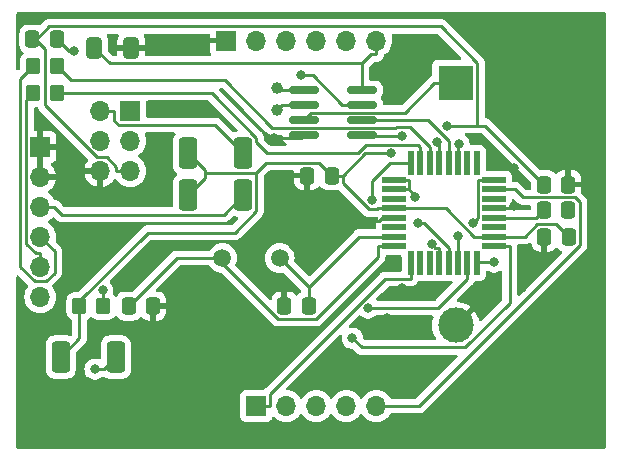
<source format=gbr>
%TF.GenerationSoftware,KiCad,Pcbnew,7.0.7*%
%TF.CreationDate,2024-12-30T17:22:27+01:00*%
%TF.ProjectId,Movement5037,4d6f7665-6d65-46e7-9435-3033372e6b69,rev?*%
%TF.SameCoordinates,Original*%
%TF.FileFunction,Copper,L1,Top*%
%TF.FilePolarity,Positive*%
%FSLAX46Y46*%
G04 Gerber Fmt 4.6, Leading zero omitted, Abs format (unit mm)*
G04 Created by KiCad (PCBNEW 7.0.7) date 2024-12-30 17:22:27*
%MOMM*%
%LPD*%
G01*
G04 APERTURE LIST*
G04 Aperture macros list*
%AMRoundRect*
0 Rectangle with rounded corners*
0 $1 Rounding radius*
0 $2 $3 $4 $5 $6 $7 $8 $9 X,Y pos of 4 corners*
0 Add a 4 corners polygon primitive as box body*
4,1,4,$2,$3,$4,$5,$6,$7,$8,$9,$2,$3,0*
0 Add four circle primitives for the rounded corners*
1,1,$1+$1,$2,$3*
1,1,$1+$1,$4,$5*
1,1,$1+$1,$6,$7*
1,1,$1+$1,$8,$9*
0 Add four rect primitives between the rounded corners*
20,1,$1+$1,$2,$3,$4,$5,0*
20,1,$1+$1,$4,$5,$6,$7,0*
20,1,$1+$1,$6,$7,$8,$9,0*
20,1,$1+$1,$8,$9,$2,$3,0*%
G04 Aperture macros list end*
%TA.AperFunction,SMDPad,CuDef*%
%ADD10RoundRect,0.249999X-0.512501X-1.075001X0.512501X-1.075001X0.512501X1.075001X-0.512501X1.075001X0*%
%TD*%
%TA.AperFunction,ComponentPad*%
%ADD11R,1.700000X1.700000*%
%TD*%
%TA.AperFunction,ComponentPad*%
%ADD12O,1.700000X1.700000*%
%TD*%
%TA.AperFunction,SMDPad,CuDef*%
%ADD13RoundRect,0.250000X-0.412500X-0.650000X0.412500X-0.650000X0.412500X0.650000X-0.412500X0.650000X0*%
%TD*%
%TA.AperFunction,ComponentPad*%
%ADD14C,1.000000*%
%TD*%
%TA.AperFunction,SMDPad,CuDef*%
%ADD15RoundRect,0.250000X0.337500X0.475000X-0.337500X0.475000X-0.337500X-0.475000X0.337500X-0.475000X0*%
%TD*%
%TA.AperFunction,SMDPad,CuDef*%
%ADD16RoundRect,0.250000X-0.337500X-0.475000X0.337500X-0.475000X0.337500X0.475000X-0.337500X0.475000X0*%
%TD*%
%TA.AperFunction,ComponentPad*%
%ADD17C,1.500000*%
%TD*%
%TA.AperFunction,SMDPad,CuDef*%
%ADD18RoundRect,0.150000X-1.100000X-0.150000X1.100000X-0.150000X1.100000X0.150000X-1.100000X0.150000X0*%
%TD*%
%TA.AperFunction,SMDPad,CuDef*%
%ADD19RoundRect,0.250000X-0.350000X-0.450000X0.350000X-0.450000X0.350000X0.450000X-0.350000X0.450000X0*%
%TD*%
%TA.AperFunction,SMDPad,CuDef*%
%ADD20R,2.000000X0.550000*%
%TD*%
%TA.AperFunction,SMDPad,CuDef*%
%ADD21R,0.550000X2.000000*%
%TD*%
%TA.AperFunction,ComponentPad*%
%ADD22R,3.000000X3.000000*%
%TD*%
%TA.AperFunction,ComponentPad*%
%ADD23C,3.000000*%
%TD*%
%TA.AperFunction,ViaPad*%
%ADD24C,0.800000*%
%TD*%
%TA.AperFunction,Conductor*%
%ADD25C,0.250000*%
%TD*%
G04 APERTURE END LIST*
D10*
%TO.P,D3,1,K*%
%TO.N,+5V*%
X81609500Y-74930000D03*
%TO.P,D3,2,A*%
%TO.N,Net-(D3-A)*%
X86284500Y-74930000D03*
%TD*%
D11*
%TO.P,J1,1,Pin_1*%
%TO.N,/WS2812_D*%
X87376000Y-96354000D03*
D12*
%TO.P,J1,2,Pin_2*%
%TO.N,/TM1637_CLK*%
X89916000Y-96354000D03*
%TO.P,J1,3,Pin_3*%
%TO.N,/TM1637_DIO*%
X92456000Y-96354000D03*
%TO.P,J1,4,Pin_4*%
%TO.N,/TIMEC*%
X94996000Y-96354000D03*
%TO.P,J1,5,Pin_5*%
%TO.N,/TIMED*%
X97536000Y-96354000D03*
%TD*%
D13*
%TO.P,C8,1*%
%TO.N,+5V*%
X73660000Y-66040000D03*
%TO.P,C8,2*%
%TO.N,GND*%
X76785000Y-66040000D03*
%TD*%
D14*
%TO.P,Y2,1,1*%
%TO.N,Net-(U2-X1)*%
X89090000Y-69408000D03*
%TO.P,Y2,2,2*%
%TO.N,Net-(U2-X2)*%
X89090000Y-71308000D03*
%TD*%
D15*
%TO.P,C2,1*%
%TO.N,Net-(U3-XTAL1{slash}PB6)*%
X91821000Y-87884000D03*
%TO.P,C2,2*%
%TO.N,GND*%
X89746000Y-87884000D03*
%TD*%
D16*
%TO.P,C1,1*%
%TO.N,Net-(U3-XTAL2{slash}PB7)*%
X76581000Y-87884000D03*
%TO.P,C1,2*%
%TO.N,GND*%
X78656000Y-87884000D03*
%TD*%
%TO.P,C3,1*%
%TO.N,/RST*%
X68410000Y-65278000D03*
%TO.P,C3,2*%
%TO.N,Net-(J6-Pin_6)*%
X70485000Y-65278000D03*
%TD*%
%TO.P,C5,1*%
%TO.N,Net-(U3-AREF)*%
X111717000Y-79756000D03*
%TO.P,C5,2*%
%TO.N,GND*%
X113792000Y-79756000D03*
%TD*%
D17*
%TO.P,Y1,1,1*%
%TO.N,Net-(U3-XTAL2{slash}PB7)*%
X84486500Y-83820000D03*
%TO.P,Y1,2,2*%
%TO.N,Net-(U3-XTAL1{slash}PB6)*%
X89366500Y-83820000D03*
%TD*%
D10*
%TO.P,D1,1,K*%
%TO.N,+5V*%
X81609500Y-78486000D03*
%TO.P,D1,2,A*%
%TO.N,Net-(D1-A)*%
X86284500Y-78486000D03*
%TD*%
D16*
%TO.P,C7,1*%
%TO.N,GND*%
X91672500Y-76835000D03*
%TO.P,C7,2*%
%TO.N,+5V*%
X93747500Y-76835000D03*
%TD*%
D18*
%TO.P,U2,1,X1*%
%TO.N,Net-(U2-X1)*%
X91378000Y-69596000D03*
%TO.P,U2,2,X2*%
%TO.N,Net-(U2-X2)*%
X91378000Y-70866000D03*
%TO.P,U2,3,VBATT*%
%TO.N,Net-(BT1-+)*%
X91378000Y-72136000D03*
%TO.P,U2,4,GND*%
%TO.N,GND*%
X91378000Y-73406000D03*
%TO.P,U2,5,SDA*%
%TO.N,/SDA*%
X96328000Y-73406000D03*
%TO.P,U2,6,SLC*%
%TO.N,/SCL*%
X96328000Y-72136000D03*
%TO.P,U2,7,SQW*%
%TO.N,/1HZ*%
X96328000Y-70866000D03*
%TO.P,U2,8,VCC*%
%TO.N,+5V*%
X96328000Y-69596000D03*
%TD*%
D19*
%TO.P,R2,1*%
%TO.N,Net-(J6-Pin_4)*%
X68485000Y-67564000D03*
%TO.P,R2,2*%
%TO.N,Net-(U3-PD0)*%
X70485000Y-67564000D03*
%TD*%
D20*
%TO.P,U3,1,PD3*%
%TO.N,/TM1637_CLK*%
X99001000Y-77210000D03*
%TO.P,U3,2,PD4*%
X99001000Y-78010000D03*
%TO.P,U3,3,PE0*%
%TO.N,unconnected-(U3-PE0-Pad3)*%
X99001000Y-78810000D03*
%TO.P,U3,4,VCC*%
%TO.N,+5V*%
X99001000Y-79610000D03*
%TO.P,U3,5,GND*%
%TO.N,GND*%
X99001000Y-80410000D03*
%TO.P,U3,6,PE1*%
%TO.N,unconnected-(U3-PE1-Pad6)*%
X99001000Y-81210000D03*
%TO.P,U3,7,XTAL1/PB6*%
%TO.N,Net-(U3-XTAL1{slash}PB6)*%
X99001000Y-82010000D03*
%TO.P,U3,8,XTAL2/PB7*%
%TO.N,Net-(U3-XTAL2{slash}PB7)*%
X99001000Y-82810000D03*
D21*
%TO.P,U3,9,PD5*%
%TO.N,/WS2812_D*%
X100451000Y-84260000D03*
%TO.P,U3,10,PD6*%
%TO.N,unconnected-(U3-PD6-Pad10)*%
X101251000Y-84260000D03*
%TO.P,U3,11,PD7*%
%TO.N,unconnected-(U3-PD7-Pad11)*%
X102051000Y-84260000D03*
%TO.P,U3,12,PB0*%
%TO.N,/BTNA*%
X102851000Y-84260000D03*
%TO.P,U3,13,PB1*%
%TO.N,/BTNB*%
X103651000Y-84260000D03*
%TO.P,U3,14,PB2*%
%TO.N,/BTNC*%
X104451000Y-84260000D03*
%TO.P,U3,15,PB3*%
%TO.N,Net-(J7-MOSI)*%
X105251000Y-84260000D03*
%TO.P,U3,16,PB4*%
%TO.N,Net-(J7-MISO)*%
X106051000Y-84260000D03*
D20*
%TO.P,U3,17,PB5*%
%TO.N,Net-(J7-SCK)*%
X107501000Y-82810000D03*
%TO.P,U3,18,AVCC*%
%TO.N,+5V*%
X107501000Y-82010000D03*
%TO.P,U3,19,PE2*%
%TO.N,unconnected-(U3-PE2-Pad19)*%
X107501000Y-81210000D03*
%TO.P,U3,20,AREF*%
%TO.N,Net-(U3-AREF)*%
X107501000Y-80410000D03*
%TO.P,U3,21,GND*%
%TO.N,GND*%
X107501000Y-79610000D03*
%TO.P,U3,22,PE3*%
%TO.N,unconnected-(U3-PE3-Pad22)*%
X107501000Y-78810000D03*
%TO.P,U3,23,PC0*%
%TO.N,/TIMED*%
X107501000Y-78010000D03*
%TO.P,U3,24,PC1*%
%TO.N,/TIMEC*%
X107501000Y-77210000D03*
D21*
%TO.P,U3,25,PC2*%
%TO.N,unconnected-(U3-PC2-Pad25)*%
X106051000Y-75760000D03*
%TO.P,U3,26,PC3*%
%TO.N,unconnected-(U3-PC3-Pad26)*%
X105251000Y-75760000D03*
%TO.P,U3,27,PC4*%
%TO.N,/SDA*%
X104451000Y-75760000D03*
%TO.P,U3,28,PC5*%
%TO.N,/SCL*%
X103651000Y-75760000D03*
%TO.P,U3,29,~{RESET}/PC6*%
%TO.N,/RST*%
X102851000Y-75760000D03*
%TO.P,U3,30,PD0*%
%TO.N,Net-(U3-PD0)*%
X102051000Y-75760000D03*
%TO.P,U3,31,PD1*%
%TO.N,Net-(U3-PD1)*%
X101251000Y-75760000D03*
%TO.P,U3,32,PD2*%
%TO.N,/TM1637_DIO*%
X100451000Y-75760000D03*
%TD*%
D10*
%TO.P,D2,1,K*%
%TO.N,+5V*%
X70814500Y-92202000D03*
%TO.P,D2,2,A*%
%TO.N,Net-(D2-A)*%
X75489500Y-92202000D03*
%TD*%
D19*
%TO.P,R1,1*%
%TO.N,+5V*%
X72406000Y-87884000D03*
%TO.P,R1,2*%
%TO.N,/RST*%
X74406000Y-87884000D03*
%TD*%
%TO.P,R3,1*%
%TO.N,Net-(J6-Pin_5)*%
X68469000Y-69850000D03*
%TO.P,R3,2*%
%TO.N,Net-(U3-PD1)*%
X70469000Y-69850000D03*
%TD*%
D16*
%TO.P,C6,1*%
%TO.N,GND*%
X111760000Y-82042000D03*
%TO.P,C6,2*%
%TO.N,+5V*%
X113835000Y-82042000D03*
%TD*%
D11*
%TO.P,J4,1,Pin_1*%
%TO.N,GND*%
X84836000Y-65405000D03*
D12*
%TO.P,J4,2,Pin_2*%
%TO.N,/1HZ*%
X87376000Y-65405000D03*
%TO.P,J4,3,Pin_3*%
%TO.N,/BTNC*%
X89916000Y-65405000D03*
%TO.P,J4,4,Pin_4*%
%TO.N,/BTNB*%
X92456000Y-65405000D03*
%TO.P,J4,5,Pin_5*%
%TO.N,/BTNA*%
X94996000Y-65405000D03*
%TO.P,J4,6,Pin_6*%
%TO.N,+5V*%
X97536000Y-65405000D03*
%TD*%
D16*
%TO.P,C4,1*%
%TO.N,/RST*%
X111717000Y-77597000D03*
%TO.P,C4,2*%
%TO.N,GND*%
X113792000Y-77597000D03*
%TD*%
D11*
%TO.P,J6,1,Pin_1*%
%TO.N,GND*%
X69088000Y-74422000D03*
D12*
%TO.P,J6,2,Pin_2*%
X69088000Y-76962000D03*
%TO.P,J6,3,Pin_3*%
%TO.N,Net-(D1-A)*%
X69088000Y-79502000D03*
%TO.P,J6,4,Pin_4*%
%TO.N,Net-(J6-Pin_4)*%
X69088000Y-82042000D03*
%TO.P,J6,5,Pin_5*%
%TO.N,Net-(J6-Pin_5)*%
X69088000Y-84582000D03*
%TO.P,J6,6,Pin_6*%
%TO.N,Net-(J6-Pin_6)*%
X69088000Y-87122000D03*
%TD*%
D22*
%TO.P,BT1,1,+*%
%TO.N,Net-(BT1-+)*%
X104267000Y-69030000D03*
D23*
%TO.P,BT1,2,-*%
%TO.N,GND*%
X104267000Y-89520000D03*
%TD*%
D11*
%TO.P,J7,1,MISO*%
%TO.N,Net-(J7-MISO)*%
X76708000Y-71374000D03*
D12*
%TO.P,J7,2,VCC*%
%TO.N,Net-(D3-A)*%
X74168000Y-71374000D03*
%TO.P,J7,3,SCK*%
%TO.N,Net-(J7-SCK)*%
X76708000Y-73914000D03*
%TO.P,J7,4,MOSI*%
%TO.N,Net-(J7-MOSI)*%
X74168000Y-73914000D03*
%TO.P,J7,5,~{RST}*%
%TO.N,/RST*%
X76708000Y-76454000D03*
%TO.P,J7,6,GND*%
%TO.N,GND*%
X74168000Y-76454000D03*
%TD*%
D24*
%TO.N,GND*%
X113665000Y-80010000D03*
X98425000Y-84455000D03*
X67945000Y-63500000D03*
X88900000Y-73660000D03*
X109855000Y-86360000D03*
X109855000Y-83185000D03*
X111760000Y-81915000D03*
X89535000Y-87630000D03*
X109220000Y-79375000D03*
X113665000Y-97790000D03*
X68580000Y-89535000D03*
X83820000Y-96520000D03*
X83185000Y-92075000D03*
X79375000Y-65405000D03*
X82550000Y-71120000D03*
X79375000Y-71120000D03*
X106680000Y-86995000D03*
X111125000Y-84455000D03*
X114935000Y-85090000D03*
X113030000Y-71755000D03*
X97790000Y-67945000D03*
X92710000Y-92710000D03*
X100330000Y-93980000D03*
X99695000Y-86360000D03*
X109220000Y-76200000D03*
X98425000Y-88900000D03*
X101600000Y-89535000D03*
X99695000Y-69850000D03*
X101600000Y-65405000D03*
X88265000Y-81915000D03*
%TO.N,Net-(J6-Pin_6)*%
X71969300Y-66304100D03*
%TO.N,/TM1637_DIO*%
X97178200Y-78913600D03*
%TO.N,/TM1637_CLK*%
X100848000Y-78688400D03*
%TO.N,/1HZ*%
X91200300Y-68362300D03*
%TO.N,/SDA*%
X104530100Y-74148700D03*
X99696300Y-73478700D03*
%TO.N,Net-(J7-MOSI)*%
X96843300Y-88058200D03*
%TO.N,Net-(J7-SCK)*%
X95515000Y-90612800D03*
%TO.N,Net-(J7-MISO)*%
X107514500Y-84150900D03*
%TO.N,/TIMEC*%
X105719100Y-80888500D03*
%TO.N,/BTNA*%
X102237600Y-82656000D03*
%TO.N,/BTNB*%
X101060700Y-80895500D03*
%TO.N,/BTNC*%
X104451000Y-81974400D03*
%TO.N,Net-(D2-A)*%
X73718600Y-93235000D03*
%TO.N,+5V*%
X98747200Y-74961900D03*
%TO.N,/RST*%
X74371600Y-86539300D03*
X103517200Y-72601500D03*
X102690400Y-74025000D03*
%TD*%
D25*
%TO.N,GND*%
X91124000Y-73660000D02*
X91378000Y-73406000D01*
X88900000Y-73660000D02*
X91124000Y-73660000D01*
%TO.N,Net-(U3-PD1)*%
X83605173Y-69850000D02*
X70469000Y-69850000D01*
X87372000Y-73616827D02*
X83605173Y-69850000D01*
X87372000Y-74037000D02*
X87372000Y-73616827D01*
X88265000Y-74930000D02*
X87372000Y-74037000D01*
X95952704Y-74930000D02*
X88265000Y-74930000D01*
X101054800Y-74236900D02*
X96645804Y-74236900D01*
X101251000Y-74433100D02*
X101054800Y-74236900D01*
X96645804Y-74236900D02*
X95952704Y-74930000D01*
X101251000Y-75760000D02*
X101251000Y-74433100D01*
%TO.N,GND*%
X97790000Y-80645000D02*
X95885000Y-80645000D01*
X98025000Y-80410000D02*
X97790000Y-80645000D01*
X99001000Y-80410000D02*
X98025000Y-80410000D01*
X108985000Y-79610000D02*
X109220000Y-79375000D01*
X107501000Y-79610000D02*
X108985000Y-79610000D01*
%TO.N,Net-(J6-Pin_6)*%
X71511100Y-66304100D02*
X70485000Y-65278000D01*
X71969300Y-66304100D02*
X71511100Y-66304100D01*
%TO.N,Net-(J6-Pin_4)*%
X70295200Y-83249200D02*
X69088000Y-82042000D01*
X70295200Y-85049000D02*
X70295200Y-83249200D01*
X69573200Y-85771000D02*
X70295200Y-85049000D01*
X68612000Y-85771000D02*
X69573200Y-85771000D01*
X67392200Y-84551200D02*
X68612000Y-85771000D01*
X67392200Y-68656800D02*
X67392200Y-84551200D01*
X68485000Y-67564000D02*
X67392200Y-68656800D01*
%TO.N,Net-(J6-Pin_5)*%
X67911100Y-70407900D02*
X68469000Y-69850000D01*
X67911100Y-82596100D02*
X67911100Y-70407900D01*
X68720100Y-83405100D02*
X67911100Y-82596100D01*
X69088000Y-83405100D02*
X68720100Y-83405100D01*
X69088000Y-84582000D02*
X69088000Y-83405100D01*
%TO.N,Net-(U3-PD0)*%
X102051000Y-75760000D02*
X102051000Y-74433100D01*
X71699300Y-68778300D02*
X70485000Y-67564000D01*
X84739500Y-68778300D02*
X71699300Y-68778300D01*
X88733600Y-72772400D02*
X84739500Y-68778300D01*
X99179000Y-72772400D02*
X88733600Y-72772400D01*
X99199600Y-72751800D02*
X99179000Y-72772400D01*
X100369700Y-72751800D02*
X99199600Y-72751800D01*
X102051000Y-74433100D02*
X100369700Y-72751800D01*
%TO.N,/TM1637_DIO*%
X97178200Y-77268000D02*
X97178200Y-78913600D01*
X98686200Y-75760000D02*
X97178200Y-77268000D01*
X100451000Y-75760000D02*
X98686200Y-75760000D01*
%TO.N,/TM1637_CLK*%
X100327900Y-78010000D02*
X100327900Y-77210000D01*
X99538500Y-77210000D02*
X100327900Y-77210000D01*
X99538500Y-77210000D02*
X99001000Y-77210000D01*
X99001000Y-78010000D02*
X100214500Y-78010000D01*
X100214500Y-78010000D02*
X100326400Y-78010000D01*
X100326400Y-78010000D02*
X100327200Y-78010000D01*
X100327200Y-78010000D02*
X100327900Y-78010000D01*
X100848000Y-78530800D02*
X100848000Y-78688400D01*
X100327200Y-78010000D02*
X100848000Y-78530800D01*
%TO.N,/WS2812_D*%
X100451000Y-84260000D02*
X100451000Y-85586900D01*
X87376000Y-96354000D02*
X88552900Y-96354000D01*
X88552900Y-95320700D02*
X88552900Y-96354000D01*
X98286700Y-85586900D02*
X88552900Y-95320700D01*
X100451000Y-85586900D02*
X98286700Y-85586900D01*
%TO.N,Net-(U3-AREF)*%
X111063000Y-80410000D02*
X111717000Y-79756000D01*
X107501000Y-80410000D02*
X111063000Y-80410000D01*
%TO.N,Net-(U3-XTAL1{slash}PB6)*%
X96085500Y-82010000D02*
X91821000Y-86274500D01*
X99001000Y-82010000D02*
X96085500Y-82010000D01*
X89366500Y-83820000D02*
X91821000Y-86274500D01*
X91821000Y-86274500D02*
X91821000Y-87884000D01*
%TO.N,Net-(U3-XTAL2{slash}PB7)*%
X80645000Y-83820000D02*
X84486500Y-83820000D01*
X76581000Y-87884000D02*
X80645000Y-83820000D01*
X84486500Y-84271300D02*
X84486500Y-83820000D01*
X89197600Y-88982400D02*
X84486500Y-84271300D01*
X92413900Y-88982400D02*
X89197600Y-88982400D01*
X97674100Y-83722200D02*
X92413900Y-88982400D01*
X97674100Y-82810000D02*
X97674100Y-83722200D01*
X99001000Y-82810000D02*
X97674100Y-82810000D01*
%TO.N,/1HZ*%
X94644200Y-70866000D02*
X96328000Y-70866000D01*
X92140500Y-68362300D02*
X94644200Y-70866000D01*
X91200300Y-68362300D02*
X92140500Y-68362300D01*
%TO.N,Net-(U2-X2)*%
X89532000Y-70866000D02*
X89090000Y-71308000D01*
X91378000Y-70866000D02*
X89532000Y-70866000D01*
%TO.N,Net-(U2-X1)*%
X89278000Y-69596000D02*
X89090000Y-69408000D01*
X91378000Y-69596000D02*
X89278000Y-69596000D01*
%TO.N,/SCL*%
X103651000Y-75760000D02*
X103651000Y-74433100D01*
X103651000Y-73891800D02*
X103651000Y-74433100D01*
X101895200Y-72136000D02*
X103651000Y-73891800D01*
X96328000Y-72136000D02*
X101895200Y-72136000D01*
%TO.N,/SDA*%
X104451000Y-74227800D02*
X104530100Y-74148700D01*
X104451000Y-75760000D02*
X104451000Y-74227800D01*
X96400700Y-73478700D02*
X96328000Y-73406000D01*
X99696300Y-73478700D02*
X96400700Y-73478700D01*
%TO.N,Net-(J7-MOSI)*%
X102779700Y-88058200D02*
X96843300Y-88058200D01*
X105251000Y-85586900D02*
X102779700Y-88058200D01*
X105251000Y-84260000D02*
X105251000Y-85586900D01*
%TO.N,Net-(J7-SCK)*%
X108827900Y-87606500D02*
X108827900Y-82810000D01*
X105041700Y-91392700D02*
X108827900Y-87606500D01*
X96294900Y-91392700D02*
X105041700Y-91392700D01*
X95515000Y-90612800D02*
X96294900Y-91392700D01*
X107501000Y-82810000D02*
X108827900Y-82810000D01*
%TO.N,Net-(J7-MISO)*%
X106160100Y-84150900D02*
X107514500Y-84150900D01*
X106051000Y-84260000D02*
X106160100Y-84150900D01*
%TO.N,/TIMED*%
X101157400Y-96354000D02*
X97536000Y-96354000D01*
X114759400Y-82752000D02*
X101157400Y-96354000D01*
X114759400Y-79089000D02*
X114759400Y-82752000D01*
X114346900Y-78676500D02*
X114759400Y-79089000D01*
X109944200Y-78676500D02*
X114346900Y-78676500D01*
X109277700Y-78010000D02*
X109944200Y-78676500D01*
X107501000Y-78010000D02*
X109277700Y-78010000D01*
%TO.N,/TIMEC*%
X106174100Y-80433500D02*
X105719100Y-80888500D01*
X106174100Y-77210000D02*
X106174100Y-80433500D01*
X107501000Y-77210000D02*
X106174100Y-77210000D01*
%TO.N,/BTNA*%
X102514700Y-82933100D02*
X102851000Y-82933100D01*
X102237600Y-82656000D02*
X102514700Y-82933100D01*
X102851000Y-84260000D02*
X102851000Y-82933100D01*
%TO.N,/BTNB*%
X101613400Y-80895500D02*
X101060700Y-80895500D01*
X103651000Y-82933100D02*
X101613400Y-80895500D01*
X103651000Y-84260000D02*
X103651000Y-82933100D01*
%TO.N,/BTNC*%
X104451000Y-81974400D02*
X104451000Y-84260000D01*
%TO.N,Net-(D3-A)*%
X83905400Y-72550900D02*
X86284500Y-74930000D01*
X75712600Y-72550900D02*
X83905400Y-72550900D01*
X75344900Y-72183200D02*
X75712600Y-72550900D01*
X75344900Y-71374000D02*
X75344900Y-72183200D01*
X74168000Y-71374000D02*
X75344900Y-71374000D01*
%TO.N,Net-(D2-A)*%
X74456500Y-93235000D02*
X75489500Y-92202000D01*
X73718600Y-93235000D02*
X74456500Y-93235000D01*
%TO.N,Net-(D1-A)*%
X70903000Y-80140100D02*
X70264900Y-79502000D01*
X84630400Y-80140100D02*
X70903000Y-80140100D01*
X86284500Y-78486000D02*
X84630400Y-80140100D01*
X69088000Y-79502000D02*
X70264900Y-79502000D01*
%TO.N,+5V*%
X110099900Y-82010000D02*
X107501000Y-82010000D01*
X111161600Y-80948300D02*
X110099900Y-82010000D01*
X112741300Y-80948300D02*
X111161600Y-80948300D01*
X113835000Y-82042000D02*
X112741300Y-80948300D01*
X96557200Y-74961900D02*
X94684100Y-76835000D01*
X98747200Y-74961900D02*
X96557200Y-74961900D01*
X99001000Y-79610000D02*
X97674100Y-79610000D01*
X97575100Y-79709000D02*
X97674100Y-79610000D01*
X96901100Y-79709000D02*
X97575100Y-79709000D01*
X94684100Y-77492000D02*
X96901100Y-79709000D01*
X94684100Y-76835000D02*
X94684100Y-77492000D01*
X107501000Y-82010000D02*
X106174100Y-82010000D01*
X94684100Y-76835000D02*
X93747500Y-76835000D01*
X72406000Y-90610500D02*
X72406000Y-87884000D01*
X70814500Y-92202000D02*
X72406000Y-90610500D01*
X88186800Y-75781700D02*
X87374900Y-76593600D01*
X92694200Y-75781700D02*
X88186800Y-75781700D01*
X93747500Y-76835000D02*
X92694200Y-75781700D01*
X87374900Y-79843100D02*
X87374900Y-76593600D01*
X85550500Y-81667500D02*
X87374900Y-79843100D01*
X78193100Y-81667500D02*
X85550500Y-81667500D01*
X72406000Y-87454600D02*
X78193100Y-81667500D01*
X72406000Y-87884000D02*
X72406000Y-87454600D01*
X87374900Y-76593600D02*
X83035500Y-76593600D01*
X83035500Y-77060000D02*
X83035500Y-76593600D01*
X81609500Y-78486000D02*
X83035500Y-77060000D01*
X83035500Y-76356000D02*
X81609500Y-74930000D01*
X83035500Y-76593600D02*
X83035500Y-76356000D01*
X105812700Y-82010000D02*
X106174100Y-82010000D01*
X103412700Y-79610000D02*
X105812700Y-82010000D01*
X99001000Y-79610000D02*
X103412700Y-79610000D01*
X96328000Y-67332800D02*
X96328000Y-69596000D01*
X97078900Y-66581900D02*
X96328000Y-67332800D01*
X97536000Y-66581900D02*
X97078900Y-66581900D01*
X74952800Y-67332800D02*
X73660000Y-66040000D01*
X96328000Y-67332800D02*
X74952800Y-67332800D01*
X97536000Y-65405000D02*
X97536000Y-66581900D01*
%TO.N,/RST*%
X69485000Y-66154800D02*
X68692100Y-65361900D01*
X69485000Y-70899700D02*
X69485000Y-66154800D01*
X73862400Y-75277100D02*
X69485000Y-70899700D01*
X74722100Y-75277100D02*
X73862400Y-75277100D01*
X75531100Y-76086100D02*
X74722100Y-75277100D01*
X75531100Y-76454000D02*
X75531100Y-76086100D01*
X68608200Y-65278000D02*
X68410000Y-65278000D01*
X68692100Y-65361900D02*
X68608200Y-65278000D01*
X76708000Y-76454000D02*
X75531100Y-76454000D01*
X102851000Y-74185600D02*
X102851000Y-75760000D01*
X102690400Y-74025000D02*
X102851000Y-74185600D01*
X69841300Y-64212700D02*
X68692100Y-65361900D01*
X102980300Y-64212700D02*
X69841300Y-64212700D01*
X106101500Y-67333900D02*
X102980300Y-64212700D01*
X106101500Y-72601500D02*
X106101500Y-67333900D01*
X106721500Y-72601500D02*
X106101500Y-72601500D01*
X111717000Y-77597000D02*
X106721500Y-72601500D01*
X106101500Y-72601500D02*
X103517200Y-72601500D01*
X74406000Y-86573700D02*
X74371600Y-86539300D01*
X74406000Y-87884000D02*
X74406000Y-86573700D01*
%TO.N,Net-(BT1-+)*%
X92013000Y-71501000D02*
X91378000Y-72136000D01*
X99969100Y-71501000D02*
X92013000Y-71501000D01*
X102440100Y-69030000D02*
X99969100Y-71501000D01*
X104267000Y-69030000D02*
X102440100Y-69030000D01*
%TD*%
%TA.AperFunction,Conductor*%
%TO.N,GND*%
G36*
X116910039Y-63020185D02*
G01*
X116955794Y-63072989D01*
X116967000Y-63124500D01*
X116967000Y-99825000D01*
X116947315Y-99892039D01*
X116894511Y-99937794D01*
X116843000Y-99949000D01*
X67180000Y-99949000D01*
X67112961Y-99929315D01*
X67067206Y-99876511D01*
X67056000Y-99825000D01*
X67056000Y-85398952D01*
X67075685Y-85331913D01*
X67128489Y-85286158D01*
X67197647Y-85276214D01*
X67261203Y-85305239D01*
X67267681Y-85311271D01*
X68041021Y-86084611D01*
X68074506Y-86145934D01*
X68069522Y-86215626D01*
X68051988Y-86245729D01*
X68052610Y-86246164D01*
X67913965Y-86444169D01*
X67913964Y-86444171D01*
X67814098Y-86658335D01*
X67814096Y-86658341D01*
X67752938Y-86886586D01*
X67752936Y-86886596D01*
X67732341Y-87121999D01*
X67732341Y-87122000D01*
X67752936Y-87357403D01*
X67752938Y-87357413D01*
X67814094Y-87585655D01*
X67814096Y-87585659D01*
X67814097Y-87585663D01*
X67865591Y-87696091D01*
X67913965Y-87799830D01*
X67913967Y-87799834D01*
X68012031Y-87939883D01*
X68049505Y-87993401D01*
X68216599Y-88160495D01*
X68313384Y-88228264D01*
X68410165Y-88296032D01*
X68410167Y-88296033D01*
X68410170Y-88296035D01*
X68624337Y-88395903D01*
X68852592Y-88457063D01*
X69040918Y-88473539D01*
X69087999Y-88477659D01*
X69088000Y-88477659D01*
X69088001Y-88477659D01*
X69127234Y-88474226D01*
X69323408Y-88457063D01*
X69551663Y-88395903D01*
X69765830Y-88296035D01*
X69959401Y-88160495D01*
X70126495Y-87993401D01*
X70262035Y-87799830D01*
X70361903Y-87585663D01*
X70423063Y-87357408D01*
X70443659Y-87122000D01*
X70423063Y-86886592D01*
X70361903Y-86658337D01*
X70262035Y-86444171D01*
X70196824Y-86351040D01*
X70125097Y-86248602D01*
X70102770Y-86182396D01*
X70119780Y-86114629D01*
X70138987Y-86089802D01*
X70678988Y-85549801D01*
X70691242Y-85539986D01*
X70691059Y-85539764D01*
X70697066Y-85534792D01*
X70697077Y-85534786D01*
X70727975Y-85501882D01*
X70744427Y-85484364D01*
X70754871Y-85473918D01*
X70765320Y-85463471D01*
X70769579Y-85457978D01*
X70773352Y-85453561D01*
X70805262Y-85419582D01*
X70814913Y-85402024D01*
X70825596Y-85385761D01*
X70837873Y-85369936D01*
X70856385Y-85327153D01*
X70858938Y-85321941D01*
X70881397Y-85281092D01*
X70886380Y-85261680D01*
X70892681Y-85243280D01*
X70900637Y-85224896D01*
X70907929Y-85178852D01*
X70909106Y-85173171D01*
X70920700Y-85128019D01*
X70920700Y-85107982D01*
X70922227Y-85088582D01*
X70923810Y-85078588D01*
X70925360Y-85068804D01*
X70920975Y-85022415D01*
X70920700Y-85016577D01*
X70920700Y-83331942D01*
X70922424Y-83316322D01*
X70922139Y-83316295D01*
X70922873Y-83308533D01*
X70920700Y-83239372D01*
X70920700Y-83209856D01*
X70920700Y-83209850D01*
X70919831Y-83202979D01*
X70919373Y-83197152D01*
X70919331Y-83195826D01*
X70917910Y-83150573D01*
X70912319Y-83131330D01*
X70908373Y-83112278D01*
X70905864Y-83092408D01*
X70888704Y-83049067D01*
X70886824Y-83043579D01*
X70873818Y-82998810D01*
X70866039Y-82985657D01*
X70863623Y-82981571D01*
X70855061Y-82964094D01*
X70847687Y-82945470D01*
X70847686Y-82945468D01*
X70820279Y-82907745D01*
X70817088Y-82902886D01*
X70793372Y-82862783D01*
X70793365Y-82862774D01*
X70779206Y-82848615D01*
X70766568Y-82833819D01*
X70764533Y-82831018D01*
X70754794Y-82817613D01*
X70734985Y-82801226D01*
X70718888Y-82787909D01*
X70714576Y-82783986D01*
X70428237Y-82497647D01*
X70394752Y-82436324D01*
X70396143Y-82377872D01*
X70402619Y-82353705D01*
X70423063Y-82277408D01*
X70443659Y-82042000D01*
X70423063Y-81806592D01*
X70369346Y-81606115D01*
X70361905Y-81578344D01*
X70361904Y-81578343D01*
X70361903Y-81578337D01*
X70262035Y-81364171D01*
X70236386Y-81327539D01*
X70126494Y-81170597D01*
X69959402Y-81003506D01*
X69959396Y-81003501D01*
X69773842Y-80873575D01*
X69730217Y-80818998D01*
X69723023Y-80749500D01*
X69754546Y-80687145D01*
X69773842Y-80670425D01*
X69839982Y-80624113D01*
X69959401Y-80540495D01*
X70101422Y-80398473D01*
X70162745Y-80364989D01*
X70232437Y-80369973D01*
X70276784Y-80398474D01*
X70402194Y-80523884D01*
X70412019Y-80536148D01*
X70412240Y-80535966D01*
X70417210Y-80541973D01*
X70417213Y-80541976D01*
X70417214Y-80541977D01*
X70467651Y-80589341D01*
X70488530Y-80610220D01*
X70494004Y-80614466D01*
X70498442Y-80618256D01*
X70532418Y-80650162D01*
X70549973Y-80659813D01*
X70566231Y-80670492D01*
X70582064Y-80682774D01*
X70604015Y-80692272D01*
X70624837Y-80701283D01*
X70630081Y-80703852D01*
X70670908Y-80726297D01*
X70690312Y-80731279D01*
X70708710Y-80737578D01*
X70727105Y-80745538D01*
X70773129Y-80752826D01*
X70778832Y-80754007D01*
X70823981Y-80765600D01*
X70844016Y-80765600D01*
X70863413Y-80767126D01*
X70883196Y-80770260D01*
X70929583Y-80765875D01*
X70935422Y-80765600D01*
X84547657Y-80765600D01*
X84563277Y-80767324D01*
X84563304Y-80767039D01*
X84571060Y-80767771D01*
X84571067Y-80767773D01*
X84640214Y-80765600D01*
X84669750Y-80765600D01*
X84676628Y-80764730D01*
X84682441Y-80764272D01*
X84729027Y-80762809D01*
X84748269Y-80757217D01*
X84767312Y-80753274D01*
X84787192Y-80750764D01*
X84830522Y-80733607D01*
X84836046Y-80731717D01*
X84839796Y-80730627D01*
X84880790Y-80718718D01*
X84898029Y-80708522D01*
X84915503Y-80699962D01*
X84934127Y-80692588D01*
X84934127Y-80692587D01*
X84934132Y-80692586D01*
X84971849Y-80665182D01*
X84976705Y-80661992D01*
X85016820Y-80638270D01*
X85030989Y-80624099D01*
X85045779Y-80611468D01*
X85061987Y-80599694D01*
X85091699Y-80563776D01*
X85095612Y-80559476D01*
X85365993Y-80289095D01*
X85427314Y-80255612D01*
X85492674Y-80259071D01*
X85619202Y-80300999D01*
X85721990Y-80311500D01*
X85722547Y-80311500D01*
X85722662Y-80311533D01*
X85725138Y-80311660D01*
X85725129Y-80311820D01*
X85725131Y-80311821D01*
X85725128Y-80311844D01*
X85725107Y-80312251D01*
X85789586Y-80331185D01*
X85835341Y-80383989D01*
X85845285Y-80453147D01*
X85816260Y-80516703D01*
X85810228Y-80523181D01*
X85327728Y-81005681D01*
X85266405Y-81039166D01*
X85240047Y-81042000D01*
X78275837Y-81042000D01*
X78260220Y-81040276D01*
X78260193Y-81040562D01*
X78252431Y-81039827D01*
X78183303Y-81042000D01*
X78153750Y-81042000D01*
X78153029Y-81042090D01*
X78146857Y-81042869D01*
X78141045Y-81043326D01*
X78094478Y-81044790D01*
X78094467Y-81044792D01*
X78075234Y-81050379D01*
X78056194Y-81054322D01*
X78036317Y-81056834D01*
X78036310Y-81056835D01*
X78036308Y-81056836D01*
X78036306Y-81056836D01*
X78036305Y-81056837D01*
X77992968Y-81073994D01*
X77987442Y-81075886D01*
X77942711Y-81088882D01*
X77942708Y-81088883D01*
X77925463Y-81099081D01*
X77908001Y-81107635D01*
X77889372Y-81115011D01*
X77889367Y-81115013D01*
X77851664Y-81142406D01*
X77846782Y-81145612D01*
X77806680Y-81169328D01*
X77792508Y-81183500D01*
X77777723Y-81196128D01*
X77761512Y-81207907D01*
X77731809Y-81243810D01*
X77727877Y-81248131D01*
X72328826Y-86647181D01*
X72267503Y-86680666D01*
X72241146Y-86683500D01*
X72005999Y-86683500D01*
X72005980Y-86683501D01*
X71903203Y-86694000D01*
X71903200Y-86694001D01*
X71736668Y-86749185D01*
X71736663Y-86749187D01*
X71587342Y-86841289D01*
X71463289Y-86965342D01*
X71371187Y-87114663D01*
X71371185Y-87114668D01*
X71351720Y-87173409D01*
X71316001Y-87281203D01*
X71316001Y-87281204D01*
X71316000Y-87281204D01*
X71305500Y-87383983D01*
X71305500Y-88384001D01*
X71305501Y-88384019D01*
X71316000Y-88486796D01*
X71316001Y-88486799D01*
X71371185Y-88653331D01*
X71371187Y-88653336D01*
X71405999Y-88709776D01*
X71463288Y-88802656D01*
X71587344Y-88926712D01*
X71721597Y-89009519D01*
X71768321Y-89061465D01*
X71780500Y-89115057D01*
X71780500Y-90300047D01*
X71760815Y-90367086D01*
X71744177Y-90387732D01*
X71733002Y-90398906D01*
X71671678Y-90432388D01*
X71606322Y-90428927D01*
X71479798Y-90387001D01*
X71479796Y-90387000D01*
X71377017Y-90376500D01*
X71377010Y-90376500D01*
X70251990Y-90376500D01*
X70251982Y-90376500D01*
X70149203Y-90387000D01*
X70149202Y-90387001D01*
X70066669Y-90414349D01*
X69982667Y-90442185D01*
X69982662Y-90442187D01*
X69833342Y-90534289D01*
X69709289Y-90658342D01*
X69617187Y-90807662D01*
X69617185Y-90807667D01*
X69605612Y-90842592D01*
X69562001Y-90974202D01*
X69562001Y-90974203D01*
X69562000Y-90974203D01*
X69551500Y-91076982D01*
X69551500Y-93327017D01*
X69562000Y-93429796D01*
X69562001Y-93429798D01*
X69617186Y-93596335D01*
X69709288Y-93745656D01*
X69833344Y-93869712D01*
X69982665Y-93961814D01*
X70149202Y-94016999D01*
X70251990Y-94027500D01*
X70251995Y-94027500D01*
X71377005Y-94027500D01*
X71377010Y-94027500D01*
X71479798Y-94016999D01*
X71646335Y-93961814D01*
X71795656Y-93869712D01*
X71919712Y-93745656D01*
X72011814Y-93596335D01*
X72066999Y-93429798D01*
X72077500Y-93327010D01*
X72077500Y-93235000D01*
X72813140Y-93235000D01*
X72832926Y-93423256D01*
X72832927Y-93423259D01*
X72891418Y-93603277D01*
X72891421Y-93603284D01*
X72986067Y-93767216D01*
X73078353Y-93869710D01*
X73112729Y-93907888D01*
X73265865Y-94019148D01*
X73265870Y-94019151D01*
X73438792Y-94096142D01*
X73438797Y-94096144D01*
X73623954Y-94135500D01*
X73623955Y-94135500D01*
X73813244Y-94135500D01*
X73813246Y-94135500D01*
X73998403Y-94096144D01*
X74171330Y-94019151D01*
X74324471Y-93907888D01*
X74328857Y-93903016D01*
X74388337Y-93866366D01*
X74417106Y-93862046D01*
X74454836Y-93860860D01*
X74522459Y-93878430D01*
X74523741Y-93879209D01*
X74657665Y-93961814D01*
X74824202Y-94016999D01*
X74926990Y-94027500D01*
X74926995Y-94027500D01*
X76052005Y-94027500D01*
X76052010Y-94027500D01*
X76154798Y-94016999D01*
X76321335Y-93961814D01*
X76470656Y-93869712D01*
X76594712Y-93745656D01*
X76686814Y-93596335D01*
X76741999Y-93429798D01*
X76752500Y-93327010D01*
X76752500Y-91076990D01*
X76741999Y-90974202D01*
X76686814Y-90807665D01*
X76594712Y-90658344D01*
X76470656Y-90534288D01*
X76348170Y-90458738D01*
X76321337Y-90442187D01*
X76321332Y-90442185D01*
X76319863Y-90441698D01*
X76154798Y-90387001D01*
X76154796Y-90387000D01*
X76052017Y-90376500D01*
X76052010Y-90376500D01*
X74926990Y-90376500D01*
X74926982Y-90376500D01*
X74824203Y-90387000D01*
X74824202Y-90387001D01*
X74741669Y-90414349D01*
X74657667Y-90442185D01*
X74657662Y-90442187D01*
X74508342Y-90534289D01*
X74384289Y-90658342D01*
X74292187Y-90807662D01*
X74292185Y-90807667D01*
X74280612Y-90842592D01*
X74237001Y-90974202D01*
X74237001Y-90974203D01*
X74237000Y-90974203D01*
X74226500Y-91076982D01*
X74226500Y-92284468D01*
X74206815Y-92351507D01*
X74154011Y-92397262D01*
X74084853Y-92407206D01*
X74052064Y-92397747D01*
X73998407Y-92373857D01*
X73998402Y-92373855D01*
X73852601Y-92342865D01*
X73813246Y-92334500D01*
X73623954Y-92334500D01*
X73591497Y-92341398D01*
X73438797Y-92373855D01*
X73438792Y-92373857D01*
X73265870Y-92450848D01*
X73265865Y-92450851D01*
X73112729Y-92562111D01*
X72986066Y-92702785D01*
X72891421Y-92866715D01*
X72891418Y-92866722D01*
X72832927Y-93046740D01*
X72832926Y-93046744D01*
X72813140Y-93235000D01*
X72077500Y-93235000D01*
X72077500Y-91874951D01*
X72097185Y-91807913D01*
X72113819Y-91787271D01*
X72427148Y-91473942D01*
X72789788Y-91111301D01*
X72802042Y-91101486D01*
X72801859Y-91101264D01*
X72807866Y-91096292D01*
X72807877Y-91096286D01*
X72838775Y-91063382D01*
X72855227Y-91045864D01*
X72865671Y-91035418D01*
X72876120Y-91024971D01*
X72880379Y-91019478D01*
X72884152Y-91015061D01*
X72916062Y-90981082D01*
X72925715Y-90963520D01*
X72936389Y-90947270D01*
X72948673Y-90931436D01*
X72967180Y-90888667D01*
X72969749Y-90883424D01*
X72992196Y-90842593D01*
X72992197Y-90842592D01*
X72997177Y-90823191D01*
X73003478Y-90804788D01*
X73011438Y-90786396D01*
X73018730Y-90740349D01*
X73019911Y-90734652D01*
X73031500Y-90689519D01*
X73031500Y-90669482D01*
X73033027Y-90650082D01*
X73036160Y-90630304D01*
X73031775Y-90583915D01*
X73031500Y-90578077D01*
X73031500Y-89115057D01*
X73051185Y-89048018D01*
X73090401Y-89009520D01*
X73224656Y-88926712D01*
X73318318Y-88833048D01*
X73379642Y-88799564D01*
X73449334Y-88804548D01*
X73493680Y-88833048D01*
X73587344Y-88926712D01*
X73736666Y-89018814D01*
X73903203Y-89073999D01*
X74005991Y-89084500D01*
X74806008Y-89084499D01*
X74806016Y-89084498D01*
X74806019Y-89084498D01*
X74862302Y-89078748D01*
X74908797Y-89073999D01*
X75075334Y-89018814D01*
X75224656Y-88926712D01*
X75348712Y-88802656D01*
X75386501Y-88741388D01*
X75438447Y-88694665D01*
X75507409Y-88683442D01*
X75571492Y-88711285D01*
X75597577Y-88741389D01*
X75650785Y-88827652D01*
X75650788Y-88827656D01*
X75774844Y-88951712D01*
X75924166Y-89043814D01*
X76090703Y-89098999D01*
X76193491Y-89109500D01*
X76968508Y-89109499D01*
X76968516Y-89109498D01*
X76968519Y-89109498D01*
X77024802Y-89103748D01*
X77071297Y-89098999D01*
X77237834Y-89043814D01*
X77387156Y-88951712D01*
X77511212Y-88827656D01*
X77513252Y-88824347D01*
X77515245Y-88822555D01*
X77515693Y-88821989D01*
X77515789Y-88822065D01*
X77565194Y-88777623D01*
X77634156Y-88766395D01*
X77698240Y-88794234D01*
X77724329Y-88824339D01*
X77726181Y-88827341D01*
X77726183Y-88827344D01*
X77850154Y-88951315D01*
X77999375Y-89043356D01*
X77999380Y-89043358D01*
X78165802Y-89098505D01*
X78165809Y-89098506D01*
X78268519Y-89108999D01*
X78405999Y-89108999D01*
X78406000Y-89108998D01*
X78406000Y-88134000D01*
X78906000Y-88134000D01*
X78906000Y-89108999D01*
X79043472Y-89108999D01*
X79043486Y-89108998D01*
X79146197Y-89098505D01*
X79312619Y-89043358D01*
X79312624Y-89043356D01*
X79461845Y-88951315D01*
X79585815Y-88827345D01*
X79677856Y-88678124D01*
X79677858Y-88678119D01*
X79733005Y-88511697D01*
X79733006Y-88511690D01*
X79743499Y-88408986D01*
X79743500Y-88408973D01*
X79743500Y-88134000D01*
X78906000Y-88134000D01*
X78406000Y-88134000D01*
X78406000Y-87758000D01*
X78425685Y-87690961D01*
X78478489Y-87645206D01*
X78530000Y-87634000D01*
X79743499Y-87634000D01*
X79743499Y-87359028D01*
X79743498Y-87359013D01*
X79733005Y-87256302D01*
X79677858Y-87089880D01*
X79677856Y-87089875D01*
X79585815Y-86940654D01*
X79461845Y-86816684D01*
X79312624Y-86724643D01*
X79312619Y-86724641D01*
X79146197Y-86669494D01*
X79146190Y-86669493D01*
X79043486Y-86659000D01*
X78989951Y-86659000D01*
X78922912Y-86639315D01*
X78877157Y-86586511D01*
X78867213Y-86517353D01*
X78896238Y-86453797D01*
X78902259Y-86447330D01*
X80867771Y-84481819D01*
X80929095Y-84448334D01*
X80955453Y-84445500D01*
X83333351Y-84445500D01*
X83400390Y-84465185D01*
X83434923Y-84498374D01*
X83524902Y-84626877D01*
X83679623Y-84781598D01*
X83858861Y-84907102D01*
X84057170Y-84999575D01*
X84057176Y-84999576D01*
X84057177Y-84999577D01*
X84131557Y-85019507D01*
X84268523Y-85056207D01*
X84353197Y-85063614D01*
X84418265Y-85089066D01*
X84430071Y-85099461D01*
X88696794Y-89366184D01*
X88706619Y-89378448D01*
X88706840Y-89378266D01*
X88711810Y-89384273D01*
X88711813Y-89384276D01*
X88711814Y-89384277D01*
X88762251Y-89431641D01*
X88783130Y-89452520D01*
X88788604Y-89456766D01*
X88793042Y-89460556D01*
X88827018Y-89492462D01*
X88827022Y-89492464D01*
X88844573Y-89502113D01*
X88860831Y-89512792D01*
X88876664Y-89525074D01*
X88898615Y-89534572D01*
X88919437Y-89543583D01*
X88924681Y-89546152D01*
X88965508Y-89568597D01*
X88984912Y-89573579D01*
X89003310Y-89579878D01*
X89021705Y-89587838D01*
X89067729Y-89595126D01*
X89073432Y-89596307D01*
X89118581Y-89607900D01*
X89138616Y-89607900D01*
X89158013Y-89609426D01*
X89177796Y-89612560D01*
X89224183Y-89608175D01*
X89230022Y-89607900D01*
X92331157Y-89607900D01*
X92346777Y-89609624D01*
X92346804Y-89609339D01*
X92354560Y-89610071D01*
X92354567Y-89610073D01*
X92423714Y-89607900D01*
X92453250Y-89607900D01*
X92460128Y-89607030D01*
X92465941Y-89606572D01*
X92512527Y-89605109D01*
X92531769Y-89599517D01*
X92550812Y-89595574D01*
X92570692Y-89593064D01*
X92614022Y-89575907D01*
X92619546Y-89574017D01*
X92623296Y-89572927D01*
X92664290Y-89561018D01*
X92681529Y-89550822D01*
X92699003Y-89542262D01*
X92717627Y-89534888D01*
X92717627Y-89534887D01*
X92717632Y-89534886D01*
X92755349Y-89507482D01*
X92760205Y-89504292D01*
X92800320Y-89480570D01*
X92814489Y-89466399D01*
X92829279Y-89453768D01*
X92845487Y-89441994D01*
X92875199Y-89406076D01*
X92879112Y-89401776D01*
X98057888Y-84223001D01*
X98070142Y-84213186D01*
X98069959Y-84212964D01*
X98075966Y-84207992D01*
X98075977Y-84207986D01*
X98106875Y-84175082D01*
X98123327Y-84157564D01*
X98133771Y-84147118D01*
X98144220Y-84136671D01*
X98148479Y-84131178D01*
X98152252Y-84126761D01*
X98184162Y-84092782D01*
X98193813Y-84075224D01*
X98204496Y-84058961D01*
X98216773Y-84043136D01*
X98235285Y-84000353D01*
X98237838Y-83995141D01*
X98260297Y-83954292D01*
X98265280Y-83934880D01*
X98271581Y-83916480D01*
X98279537Y-83898096D01*
X98286825Y-83852077D01*
X98288006Y-83846371D01*
X98299600Y-83801219D01*
X98299599Y-83781186D01*
X98301127Y-83761783D01*
X98304259Y-83742008D01*
X98304260Y-83742007D01*
X98302290Y-83721169D01*
X98315578Y-83652575D01*
X98363841Y-83602053D01*
X98425740Y-83585499D01*
X99551500Y-83585499D01*
X99618539Y-83605184D01*
X99664294Y-83657988D01*
X99675500Y-83709499D01*
X99675501Y-84837400D01*
X99655816Y-84904439D01*
X99603013Y-84950194D01*
X99551501Y-84961400D01*
X98369443Y-84961400D01*
X98353822Y-84959675D01*
X98353796Y-84959961D01*
X98346034Y-84959227D01*
X98346033Y-84959227D01*
X98276886Y-84961400D01*
X98247349Y-84961400D01*
X98240466Y-84962269D01*
X98234649Y-84962726D01*
X98188073Y-84964190D01*
X98168829Y-84969781D01*
X98149779Y-84973725D01*
X98129911Y-84976234D01*
X98086584Y-84993388D01*
X98081058Y-84995279D01*
X98036314Y-85008279D01*
X98036310Y-85008281D01*
X98019066Y-85018479D01*
X98001605Y-85027033D01*
X97982974Y-85034410D01*
X97982962Y-85034417D01*
X97945270Y-85061802D01*
X97940387Y-85065009D01*
X97900280Y-85088729D01*
X97886114Y-85102895D01*
X97871324Y-85115527D01*
X97855114Y-85127304D01*
X97855111Y-85127307D01*
X97825410Y-85163209D01*
X97821477Y-85167531D01*
X88169108Y-94819899D01*
X88156851Y-94829720D01*
X88157034Y-94829941D01*
X88151023Y-94834913D01*
X88103672Y-94885336D01*
X88082789Y-94906219D01*
X88082777Y-94906232D01*
X88078521Y-94911717D01*
X88074737Y-94916147D01*
X88042835Y-94950121D01*
X88041186Y-94952391D01*
X88039439Y-94953737D01*
X88037501Y-94955802D01*
X88037167Y-94955489D01*
X87985854Y-94995054D01*
X87940872Y-95003500D01*
X86478129Y-95003500D01*
X86478123Y-95003501D01*
X86418516Y-95009908D01*
X86283671Y-95060202D01*
X86283664Y-95060206D01*
X86168455Y-95146452D01*
X86168452Y-95146455D01*
X86082206Y-95261664D01*
X86082202Y-95261671D01*
X86031908Y-95396517D01*
X86025501Y-95456116D01*
X86025500Y-95456135D01*
X86025500Y-97251870D01*
X86025501Y-97251876D01*
X86031908Y-97311483D01*
X86082202Y-97446328D01*
X86082206Y-97446335D01*
X86168452Y-97561544D01*
X86168455Y-97561547D01*
X86283664Y-97647793D01*
X86283671Y-97647797D01*
X86418517Y-97698091D01*
X86418516Y-97698091D01*
X86425444Y-97698835D01*
X86478127Y-97704500D01*
X88273872Y-97704499D01*
X88333483Y-97698091D01*
X88468331Y-97647796D01*
X88583546Y-97561546D01*
X88669796Y-97446331D01*
X88718810Y-97314916D01*
X88760681Y-97258984D01*
X88826145Y-97234566D01*
X88894418Y-97249417D01*
X88922673Y-97270569D01*
X89044599Y-97392495D01*
X89141384Y-97460264D01*
X89238165Y-97528032D01*
X89238167Y-97528033D01*
X89238170Y-97528035D01*
X89452337Y-97627903D01*
X89680592Y-97689063D01*
X89857034Y-97704500D01*
X89915999Y-97709659D01*
X89916000Y-97709659D01*
X89916001Y-97709659D01*
X89974966Y-97704500D01*
X90151408Y-97689063D01*
X90379663Y-97627903D01*
X90593830Y-97528035D01*
X90787401Y-97392495D01*
X90954495Y-97225401D01*
X91084426Y-97039841D01*
X91139002Y-96996217D01*
X91208500Y-96989023D01*
X91270855Y-97020546D01*
X91287574Y-97039841D01*
X91417505Y-97225401D01*
X91584599Y-97392495D01*
X91681384Y-97460264D01*
X91778165Y-97528032D01*
X91778167Y-97528033D01*
X91778170Y-97528035D01*
X91992337Y-97627903D01*
X92220592Y-97689063D01*
X92397034Y-97704500D01*
X92455999Y-97709659D01*
X92456000Y-97709659D01*
X92456001Y-97709659D01*
X92514966Y-97704500D01*
X92691408Y-97689063D01*
X92919663Y-97627903D01*
X93133830Y-97528035D01*
X93327401Y-97392495D01*
X93494495Y-97225401D01*
X93624426Y-97039840D01*
X93679001Y-96996217D01*
X93748499Y-96989023D01*
X93810854Y-97020546D01*
X93827574Y-97039841D01*
X93957505Y-97225401D01*
X94124599Y-97392495D01*
X94221384Y-97460264D01*
X94318165Y-97528032D01*
X94318167Y-97528033D01*
X94318170Y-97528035D01*
X94532337Y-97627903D01*
X94760592Y-97689063D01*
X94937034Y-97704500D01*
X94995999Y-97709659D01*
X94996000Y-97709659D01*
X94996001Y-97709659D01*
X95054966Y-97704500D01*
X95231408Y-97689063D01*
X95459663Y-97627903D01*
X95673830Y-97528035D01*
X95867401Y-97392495D01*
X96034495Y-97225401D01*
X96164426Y-97039841D01*
X96219002Y-96996217D01*
X96288500Y-96989023D01*
X96350855Y-97020546D01*
X96367574Y-97039841D01*
X96497505Y-97225401D01*
X96664599Y-97392495D01*
X96761384Y-97460264D01*
X96858165Y-97528032D01*
X96858167Y-97528033D01*
X96858170Y-97528035D01*
X97072337Y-97627903D01*
X97300592Y-97689063D01*
X97477034Y-97704500D01*
X97535999Y-97709659D01*
X97536000Y-97709659D01*
X97536001Y-97709659D01*
X97594966Y-97704500D01*
X97771408Y-97689063D01*
X97999663Y-97627903D01*
X98213830Y-97528035D01*
X98407401Y-97392495D01*
X98574495Y-97225401D01*
X98709651Y-97032377D01*
X98764229Y-96988752D01*
X98811227Y-96979500D01*
X101074657Y-96979500D01*
X101090277Y-96981224D01*
X101090304Y-96980939D01*
X101098060Y-96981671D01*
X101098067Y-96981673D01*
X101167214Y-96979500D01*
X101196750Y-96979500D01*
X101203628Y-96978630D01*
X101209441Y-96978172D01*
X101256027Y-96976709D01*
X101275269Y-96971117D01*
X101294312Y-96967174D01*
X101314192Y-96964664D01*
X101357522Y-96947507D01*
X101363046Y-96945617D01*
X101366796Y-96944527D01*
X101407790Y-96932618D01*
X101425029Y-96922422D01*
X101442503Y-96913862D01*
X101461127Y-96906488D01*
X101461127Y-96906487D01*
X101461132Y-96906486D01*
X101498849Y-96879082D01*
X101503705Y-96875892D01*
X101543820Y-96852170D01*
X101557989Y-96837999D01*
X101572779Y-96825368D01*
X101588987Y-96813594D01*
X101618699Y-96777676D01*
X101622612Y-96773376D01*
X115143188Y-83252801D01*
X115155442Y-83242986D01*
X115155259Y-83242764D01*
X115161266Y-83237792D01*
X115161277Y-83237786D01*
X115200680Y-83195826D01*
X115208627Y-83187364D01*
X115219071Y-83176918D01*
X115229520Y-83166471D01*
X115233779Y-83160978D01*
X115237552Y-83156561D01*
X115269462Y-83122582D01*
X115279115Y-83105020D01*
X115289789Y-83088770D01*
X115302073Y-83072936D01*
X115320580Y-83030167D01*
X115323149Y-83024924D01*
X115329638Y-83013121D01*
X115345597Y-82984092D01*
X115350577Y-82964691D01*
X115356878Y-82946288D01*
X115364838Y-82927896D01*
X115372130Y-82881849D01*
X115373311Y-82876152D01*
X115384900Y-82831019D01*
X115384900Y-82810983D01*
X115386427Y-82791582D01*
X115386623Y-82790347D01*
X115389560Y-82771804D01*
X115385175Y-82725415D01*
X115384900Y-82719577D01*
X115384900Y-79171738D01*
X115386624Y-79156124D01*
X115386338Y-79156097D01*
X115387072Y-79148334D01*
X115386807Y-79139883D01*
X115384900Y-79079198D01*
X115384900Y-79049650D01*
X115384029Y-79042759D01*
X115383572Y-79036945D01*
X115382926Y-79016395D01*
X115382109Y-78990373D01*
X115378393Y-78977585D01*
X115376522Y-78971144D01*
X115372574Y-78952084D01*
X115371151Y-78940818D01*
X115370064Y-78932208D01*
X115370063Y-78932206D01*
X115370063Y-78932204D01*
X115352912Y-78888887D01*
X115351019Y-78883358D01*
X115338018Y-78838609D01*
X115338016Y-78838606D01*
X115327823Y-78821371D01*
X115319261Y-78803894D01*
X115311887Y-78785270D01*
X115311886Y-78785268D01*
X115284479Y-78747545D01*
X115281288Y-78742686D01*
X115257572Y-78702583D01*
X115257565Y-78702574D01*
X115243406Y-78688415D01*
X115230768Y-78673619D01*
X115218994Y-78657413D01*
X115183088Y-78627709D01*
X115178776Y-78623786D01*
X114900856Y-78345867D01*
X114867372Y-78284544D01*
X114870189Y-78231870D01*
X114867589Y-78231314D01*
X114869006Y-78224694D01*
X114879499Y-78121986D01*
X114879500Y-78121973D01*
X114879500Y-77847000D01*
X114042000Y-77847000D01*
X114042000Y-77927000D01*
X114022315Y-77994039D01*
X113969511Y-78039794D01*
X113918000Y-78051000D01*
X113666000Y-78051000D01*
X113598961Y-78031315D01*
X113553206Y-77978511D01*
X113542000Y-77927000D01*
X113542000Y-76372000D01*
X114042000Y-76372000D01*
X114042000Y-77347000D01*
X114879499Y-77347000D01*
X114879499Y-77072028D01*
X114879498Y-77072013D01*
X114869005Y-76969302D01*
X114813858Y-76802880D01*
X114813856Y-76802875D01*
X114721815Y-76653654D01*
X114597845Y-76529684D01*
X114448624Y-76437643D01*
X114448619Y-76437641D01*
X114282197Y-76382494D01*
X114282190Y-76382493D01*
X114179486Y-76372000D01*
X114042000Y-76372000D01*
X113542000Y-76372000D01*
X113404527Y-76372000D01*
X113404512Y-76372001D01*
X113301802Y-76382494D01*
X113135380Y-76437641D01*
X113135375Y-76437643D01*
X112986154Y-76529684D01*
X112862183Y-76653655D01*
X112862179Y-76653660D01*
X112860326Y-76656665D01*
X112858518Y-76658290D01*
X112857702Y-76659323D01*
X112857525Y-76659183D01*
X112808374Y-76703385D01*
X112739411Y-76714601D01*
X112675331Y-76686752D01*
X112649253Y-76656653D01*
X112649237Y-76656628D01*
X112647212Y-76653344D01*
X112523156Y-76529288D01*
X112401094Y-76454000D01*
X112373836Y-76437187D01*
X112373831Y-76437185D01*
X112365728Y-76434500D01*
X112207297Y-76382001D01*
X112207295Y-76382000D01*
X112104516Y-76371500D01*
X112104509Y-76371500D01*
X111427453Y-76371500D01*
X111360414Y-76351815D01*
X111339772Y-76335181D01*
X107222303Y-72217712D01*
X107212480Y-72205450D01*
X107212259Y-72205634D01*
X107207286Y-72199623D01*
X107207285Y-72199623D01*
X107156864Y-72152273D01*
X107146419Y-72141828D01*
X107135975Y-72131383D01*
X107130486Y-72127125D01*
X107126061Y-72123347D01*
X107092082Y-72091438D01*
X107092080Y-72091436D01*
X107092077Y-72091435D01*
X107074529Y-72081788D01*
X107058263Y-72071104D01*
X107042433Y-72058825D01*
X106999668Y-72040318D01*
X106994422Y-72037748D01*
X106953593Y-72015303D01*
X106953592Y-72015302D01*
X106934193Y-72010322D01*
X106915781Y-72004018D01*
X106897398Y-71996062D01*
X106897392Y-71996060D01*
X106851373Y-71988772D01*
X106845650Y-71987587D01*
X106820161Y-71981042D01*
X106760123Y-71945304D01*
X106728938Y-71882780D01*
X106726999Y-71860938D01*
X106726999Y-69703028D01*
X106726999Y-67416627D01*
X106728725Y-67401023D01*
X106728438Y-67400996D01*
X106729172Y-67393233D01*
X106727000Y-67324102D01*
X106727000Y-67294551D01*
X106727000Y-67294550D01*
X106726129Y-67287659D01*
X106725672Y-67281845D01*
X106724209Y-67235274D01*
X106724209Y-67235272D01*
X106718620Y-67216037D01*
X106714674Y-67196984D01*
X106714116Y-67192564D01*
X106712164Y-67177108D01*
X106695001Y-67133759D01*
X106693114Y-67128246D01*
X106690410Y-67118940D01*
X106680117Y-67083510D01*
X106669921Y-67066269D01*
X106661360Y-67048793D01*
X106656259Y-67035909D01*
X106653986Y-67030168D01*
X106653986Y-67030167D01*
X106635531Y-67004767D01*
X106626583Y-66992450D01*
X106623400Y-66987605D01*
X106599670Y-66947479D01*
X106599665Y-66947473D01*
X106585505Y-66933313D01*
X106572870Y-66918520D01*
X106561093Y-66902312D01*
X106525193Y-66872613D01*
X106520881Y-66868690D01*
X103481103Y-63828912D01*
X103471280Y-63816650D01*
X103471059Y-63816834D01*
X103466086Y-63810823D01*
X103447459Y-63793331D01*
X103415664Y-63763473D01*
X103405219Y-63753028D01*
X103394775Y-63742583D01*
X103389286Y-63738325D01*
X103384861Y-63734547D01*
X103350882Y-63702638D01*
X103350880Y-63702636D01*
X103350877Y-63702635D01*
X103333329Y-63692988D01*
X103317063Y-63682304D01*
X103301233Y-63670025D01*
X103258468Y-63651518D01*
X103253222Y-63648948D01*
X103212393Y-63626503D01*
X103212392Y-63626502D01*
X103192993Y-63621522D01*
X103174581Y-63615218D01*
X103156198Y-63607262D01*
X103156192Y-63607260D01*
X103110174Y-63599972D01*
X103104452Y-63598787D01*
X103059321Y-63587200D01*
X103059319Y-63587200D01*
X103039284Y-63587200D01*
X103019886Y-63585673D01*
X103012462Y-63584497D01*
X103000105Y-63582540D01*
X103000104Y-63582540D01*
X102953716Y-63586925D01*
X102947878Y-63587200D01*
X69924037Y-63587200D01*
X69908420Y-63585476D01*
X69908393Y-63585762D01*
X69900631Y-63585027D01*
X69831503Y-63587200D01*
X69801950Y-63587200D01*
X69801229Y-63587290D01*
X69795057Y-63588069D01*
X69789245Y-63588526D01*
X69742673Y-63589990D01*
X69742672Y-63589990D01*
X69723429Y-63595581D01*
X69704379Y-63599525D01*
X69684511Y-63602034D01*
X69684509Y-63602035D01*
X69641184Y-63619188D01*
X69635657Y-63621080D01*
X69590910Y-63634081D01*
X69590909Y-63634082D01*
X69573667Y-63644279D01*
X69556199Y-63652837D01*
X69537569Y-63660213D01*
X69537567Y-63660214D01*
X69499876Y-63687598D01*
X69494994Y-63690805D01*
X69454879Y-63714530D01*
X69440708Y-63728700D01*
X69425923Y-63741328D01*
X69409712Y-63753107D01*
X69380009Y-63789010D01*
X69376077Y-63793331D01*
X69109190Y-64060217D01*
X69047867Y-64093702D01*
X68982505Y-64090242D01*
X68900298Y-64063001D01*
X68797510Y-64052500D01*
X68022498Y-64052500D01*
X68022480Y-64052501D01*
X67919703Y-64063000D01*
X67919700Y-64063001D01*
X67753168Y-64118185D01*
X67753163Y-64118187D01*
X67603842Y-64210289D01*
X67479789Y-64334342D01*
X67387687Y-64483663D01*
X67387685Y-64483666D01*
X67387686Y-64483666D01*
X67332501Y-64650203D01*
X67332501Y-64650204D01*
X67332500Y-64650204D01*
X67322000Y-64752983D01*
X67322000Y-65803001D01*
X67322001Y-65803019D01*
X67332500Y-65905796D01*
X67332501Y-65905799D01*
X67376979Y-66040023D01*
X67387686Y-66072334D01*
X67479788Y-66221656D01*
X67603844Y-66345712D01*
X67617619Y-66354208D01*
X67664343Y-66406156D01*
X67675566Y-66475119D01*
X67647722Y-66539201D01*
X67640204Y-66547428D01*
X67542287Y-66645345D01*
X67450187Y-66794663D01*
X67450185Y-66794666D01*
X67450186Y-66794666D01*
X67395001Y-66961203D01*
X67395001Y-66961204D01*
X67395000Y-66961204D01*
X67384500Y-67063983D01*
X67384500Y-67728546D01*
X67364815Y-67795585D01*
X67348181Y-67816227D01*
X67267681Y-67896727D01*
X67206358Y-67930212D01*
X67136666Y-67925228D01*
X67080733Y-67883356D01*
X67056316Y-67817892D01*
X67056000Y-67809046D01*
X67056000Y-63124500D01*
X67075685Y-63057461D01*
X67128489Y-63011706D01*
X67180000Y-63000500D01*
X116843000Y-63000500D01*
X116910039Y-63020185D01*
G37*
%TD.AperFunction*%
%TA.AperFunction,Conductor*%
G36*
X94547464Y-90313238D02*
G01*
X94603397Y-90355110D01*
X94627814Y-90420574D01*
X94627451Y-90442381D01*
X94613189Y-90578077D01*
X94609540Y-90612800D01*
X94629326Y-90801056D01*
X94629327Y-90801059D01*
X94687818Y-90981077D01*
X94687820Y-90981082D01*
X94687821Y-90981084D01*
X94782467Y-91145016D01*
X94909129Y-91285688D01*
X95062265Y-91396948D01*
X95062270Y-91396951D01*
X95235192Y-91473942D01*
X95235197Y-91473944D01*
X95420354Y-91513300D01*
X95479547Y-91513300D01*
X95546586Y-91532985D01*
X95567228Y-91549619D01*
X95794097Y-91776488D01*
X95803922Y-91788751D01*
X95804143Y-91788569D01*
X95809114Y-91794578D01*
X95823315Y-91807913D01*
X95859535Y-91841926D01*
X95880429Y-91862820D01*
X95885911Y-91867073D01*
X95890343Y-91870857D01*
X95924318Y-91902762D01*
X95941876Y-91912414D01*
X95958135Y-91923095D01*
X95973964Y-91935373D01*
X96016738Y-91953882D01*
X96021956Y-91956438D01*
X96062808Y-91978897D01*
X96082216Y-91983880D01*
X96100617Y-91990180D01*
X96119004Y-91998137D01*
X96162388Y-92005008D01*
X96165019Y-92005425D01*
X96170739Y-92006609D01*
X96215881Y-92018200D01*
X96235916Y-92018200D01*
X96255314Y-92019726D01*
X96275094Y-92022859D01*
X96275095Y-92022860D01*
X96275095Y-92022859D01*
X96275096Y-92022860D01*
X96321483Y-92018475D01*
X96327322Y-92018200D01*
X104309247Y-92018200D01*
X104376286Y-92037885D01*
X104422041Y-92090689D01*
X104431985Y-92159847D01*
X104402960Y-92223403D01*
X104396928Y-92229881D01*
X100934628Y-95692181D01*
X100873305Y-95725666D01*
X100846947Y-95728500D01*
X98811227Y-95728500D01*
X98744188Y-95708815D01*
X98709652Y-95675623D01*
X98574494Y-95482597D01*
X98407402Y-95315506D01*
X98407395Y-95315501D01*
X98213834Y-95179967D01*
X98213830Y-95179965D01*
X98213829Y-95179964D01*
X97999663Y-95080097D01*
X97999659Y-95080096D01*
X97999655Y-95080094D01*
X97771413Y-95018938D01*
X97771403Y-95018936D01*
X97536001Y-94998341D01*
X97535999Y-94998341D01*
X97300596Y-95018936D01*
X97300586Y-95018938D01*
X97072344Y-95080094D01*
X97072335Y-95080098D01*
X96858171Y-95179964D01*
X96858169Y-95179965D01*
X96664597Y-95315505D01*
X96497505Y-95482597D01*
X96367575Y-95668158D01*
X96312998Y-95711783D01*
X96243500Y-95718977D01*
X96181145Y-95687454D01*
X96164425Y-95668158D01*
X96034494Y-95482597D01*
X95867402Y-95315506D01*
X95867395Y-95315501D01*
X95673834Y-95179967D01*
X95673830Y-95179965D01*
X95673830Y-95179964D01*
X95459663Y-95080097D01*
X95459659Y-95080096D01*
X95459655Y-95080094D01*
X95231413Y-95018938D01*
X95231403Y-95018936D01*
X94996001Y-94998341D01*
X94995999Y-94998341D01*
X94760596Y-95018936D01*
X94760586Y-95018938D01*
X94532344Y-95080094D01*
X94532335Y-95080098D01*
X94318171Y-95179964D01*
X94318169Y-95179965D01*
X94124597Y-95315505D01*
X93957508Y-95482594D01*
X93827574Y-95668159D01*
X93772997Y-95711784D01*
X93703498Y-95718976D01*
X93641144Y-95687454D01*
X93624424Y-95668158D01*
X93494494Y-95482597D01*
X93327402Y-95315506D01*
X93327395Y-95315501D01*
X93133834Y-95179967D01*
X93133830Y-95179965D01*
X93133829Y-95179964D01*
X92919663Y-95080097D01*
X92919659Y-95080096D01*
X92919655Y-95080094D01*
X92691413Y-95018938D01*
X92691403Y-95018936D01*
X92456001Y-94998341D01*
X92455999Y-94998341D01*
X92220596Y-95018936D01*
X92220586Y-95018938D01*
X91992344Y-95080094D01*
X91992335Y-95080098D01*
X91778171Y-95179964D01*
X91778169Y-95179965D01*
X91584597Y-95315505D01*
X91417505Y-95482597D01*
X91287575Y-95668158D01*
X91232998Y-95711783D01*
X91163500Y-95718977D01*
X91101145Y-95687454D01*
X91084425Y-95668158D01*
X90954494Y-95482597D01*
X90787402Y-95315506D01*
X90787395Y-95315501D01*
X90593834Y-95179967D01*
X90593830Y-95179965D01*
X90593829Y-95179964D01*
X90379663Y-95080097D01*
X90379659Y-95080096D01*
X90379655Y-95080094D01*
X90151413Y-95018938D01*
X90151403Y-95018936D01*
X90048208Y-95009908D01*
X90037314Y-95008954D01*
X89972247Y-94983502D01*
X89931268Y-94926911D01*
X89927390Y-94857149D01*
X89960440Y-94797748D01*
X94416452Y-90341736D01*
X94477772Y-90308254D01*
X94547464Y-90313238D01*
G37*
%TD.AperFunction*%
%TA.AperFunction,Conductor*%
G36*
X96176394Y-88684309D02*
G01*
X96225209Y-88717518D01*
X96237422Y-88731082D01*
X96237430Y-88731089D01*
X96390565Y-88842348D01*
X96390570Y-88842351D01*
X96563492Y-88919342D01*
X96563497Y-88919344D01*
X96748654Y-88958700D01*
X96748655Y-88958700D01*
X96937944Y-88958700D01*
X96937946Y-88958700D01*
X97123103Y-88919344D01*
X97296030Y-88842351D01*
X97449171Y-88731088D01*
X97452088Y-88727847D01*
X97454900Y-88724726D01*
X97514387Y-88688079D01*
X97547048Y-88683700D01*
X102265744Y-88683700D01*
X102332783Y-88703385D01*
X102378538Y-88756189D01*
X102388482Y-88825347D01*
X102381926Y-88851034D01*
X102343109Y-88955104D01*
X102282300Y-89234637D01*
X102261891Y-89519998D01*
X102261891Y-89520001D01*
X102282300Y-89805362D01*
X102343109Y-90084895D01*
X102443091Y-90352958D01*
X102569126Y-90583773D01*
X102583978Y-90652046D01*
X102559561Y-90717511D01*
X102503627Y-90759382D01*
X102460294Y-90767200D01*
X96605353Y-90767200D01*
X96538314Y-90747515D01*
X96517672Y-90730881D01*
X96453960Y-90667169D01*
X96420475Y-90605846D01*
X96418323Y-90592468D01*
X96400674Y-90424544D01*
X96342179Y-90244516D01*
X96247533Y-90080584D01*
X96120871Y-89939912D01*
X96062569Y-89897553D01*
X95967734Y-89828651D01*
X95967729Y-89828648D01*
X95794807Y-89751657D01*
X95794802Y-89751655D01*
X95649001Y-89720665D01*
X95609646Y-89712300D01*
X95420354Y-89712300D01*
X95379292Y-89721028D01*
X95354276Y-89726345D01*
X95284609Y-89721028D01*
X95228876Y-89678890D01*
X95204772Y-89613309D01*
X95219950Y-89545108D01*
X95240813Y-89517376D01*
X96045381Y-88712808D01*
X96106702Y-88679325D01*
X96176394Y-88684309D01*
G37*
%TD.AperFunction*%
%TA.AperFunction,Conductor*%
G36*
X108139373Y-84899580D02*
G01*
X108188069Y-84949685D01*
X108202400Y-85007553D01*
X108202400Y-87296046D01*
X108182715Y-87363085D01*
X108166081Y-87383727D01*
X106423615Y-89126192D01*
X106362292Y-89159677D01*
X106292600Y-89154693D01*
X106236667Y-89112821D01*
X106214768Y-89064869D01*
X106190890Y-88955104D01*
X106090908Y-88687041D01*
X105953808Y-88435961D01*
X105953807Y-88435960D01*
X105847115Y-88293436D01*
X105847114Y-88293436D01*
X105055331Y-89085220D01*
X104994008Y-89118705D01*
X104924316Y-89113721D01*
X104868383Y-89071849D01*
X104868291Y-89071726D01*
X104816244Y-89001815D01*
X104710773Y-88913313D01*
X104672072Y-88855144D01*
X104670964Y-88785283D01*
X104702799Y-88730645D01*
X105493562Y-87939883D01*
X105493561Y-87939882D01*
X105351046Y-87833196D01*
X105351038Y-87833191D01*
X105099957Y-87696091D01*
X105099958Y-87696091D01*
X104831895Y-87596109D01*
X104552362Y-87535300D01*
X104482392Y-87530296D01*
X104416927Y-87505879D01*
X104375056Y-87449945D01*
X104370072Y-87380254D01*
X104403555Y-87318934D01*
X105634788Y-86087701D01*
X105647042Y-86077886D01*
X105646859Y-86077664D01*
X105652866Y-86072692D01*
X105652877Y-86072686D01*
X105683775Y-86039782D01*
X105700227Y-86022264D01*
X105710671Y-86011818D01*
X105721120Y-86001371D01*
X105725379Y-85995878D01*
X105729152Y-85991461D01*
X105761062Y-85957482D01*
X105770715Y-85939920D01*
X105781389Y-85923670D01*
X105793673Y-85907836D01*
X105812180Y-85865067D01*
X105814744Y-85859831D01*
X105826234Y-85838934D01*
X105834028Y-85824758D01*
X105883576Y-85775496D01*
X105942688Y-85760499D01*
X106373871Y-85760499D01*
X106373872Y-85760499D01*
X106433483Y-85754091D01*
X106568331Y-85703796D01*
X106683546Y-85617546D01*
X106769796Y-85502331D01*
X106820091Y-85367483D01*
X106826500Y-85307873D01*
X106826500Y-85007481D01*
X106846185Y-84940442D01*
X106898989Y-84894687D01*
X106968147Y-84884743D01*
X107023384Y-84907162D01*
X107023486Y-84907236D01*
X107061770Y-84935051D01*
X107234692Y-85012042D01*
X107234697Y-85012044D01*
X107419854Y-85051400D01*
X107419855Y-85051400D01*
X107609144Y-85051400D01*
X107609146Y-85051400D01*
X107794303Y-85012044D01*
X107967230Y-84935051D01*
X108005515Y-84907235D01*
X108071319Y-84883755D01*
X108139373Y-84899580D01*
G37*
%TD.AperFunction*%
%TA.AperFunction,Conductor*%
G36*
X90528039Y-76426885D02*
G01*
X90573794Y-76479689D01*
X90585000Y-76531200D01*
X90585000Y-76585000D01*
X91798500Y-76585000D01*
X91865539Y-76604685D01*
X91911294Y-76657489D01*
X91922500Y-76709000D01*
X91922500Y-78059999D01*
X92059972Y-78059999D01*
X92059986Y-78059998D01*
X92162697Y-78049505D01*
X92329119Y-77994358D01*
X92329124Y-77994356D01*
X92478345Y-77902315D01*
X92602318Y-77778342D01*
X92604165Y-77775348D01*
X92605969Y-77773724D01*
X92606798Y-77772677D01*
X92606976Y-77772818D01*
X92656110Y-77728621D01*
X92725073Y-77717396D01*
X92789156Y-77745236D01*
X92815243Y-77775341D01*
X92817288Y-77778656D01*
X92941344Y-77902712D01*
X93090666Y-77994814D01*
X93257203Y-78049999D01*
X93359991Y-78060500D01*
X94135008Y-78060499D01*
X94135016Y-78060498D01*
X94135019Y-78060498D01*
X94158896Y-78058058D01*
X94237797Y-78049999D01*
X94255109Y-78044262D01*
X94324938Y-78041859D01*
X94381795Y-78074285D01*
X95393094Y-79085585D01*
X96400297Y-80092788D01*
X96410122Y-80105051D01*
X96410343Y-80104869D01*
X96415314Y-80110878D01*
X96420787Y-80116017D01*
X96465735Y-80158226D01*
X96486629Y-80179120D01*
X96492111Y-80183373D01*
X96496543Y-80187157D01*
X96530518Y-80219062D01*
X96548076Y-80228714D01*
X96564335Y-80239395D01*
X96580164Y-80251673D01*
X96622938Y-80270182D01*
X96628156Y-80272738D01*
X96669008Y-80295197D01*
X96688416Y-80300180D01*
X96706817Y-80306480D01*
X96725204Y-80314437D01*
X96768588Y-80321308D01*
X96771219Y-80321725D01*
X96776939Y-80322909D01*
X96822081Y-80334500D01*
X96842116Y-80334500D01*
X96861514Y-80336026D01*
X96881294Y-80339159D01*
X96881295Y-80339160D01*
X96881295Y-80339159D01*
X96881296Y-80339160D01*
X96927683Y-80334775D01*
X96933522Y-80334500D01*
X97492357Y-80334500D01*
X97507977Y-80336224D01*
X97508004Y-80335939D01*
X97515760Y-80336671D01*
X97515767Y-80336673D01*
X97584914Y-80334500D01*
X97595442Y-80334500D01*
X97662481Y-80354185D01*
X97708236Y-80406989D01*
X97718180Y-80476147D01*
X97689155Y-80539703D01*
X97669754Y-80557766D01*
X97643454Y-80577453D01*
X97634556Y-80589340D01*
X97618856Y-80610312D01*
X97562924Y-80652182D01*
X97519591Y-80660000D01*
X97501000Y-80660000D01*
X97501000Y-80732844D01*
X97507619Y-80794398D01*
X97507620Y-80820909D01*
X97506909Y-80827514D01*
X97506909Y-80827517D01*
X97500500Y-80887127D01*
X97500500Y-81115014D01*
X97500501Y-81260500D01*
X97480817Y-81327539D01*
X97428013Y-81373294D01*
X97376501Y-81384500D01*
X96168243Y-81384500D01*
X96152622Y-81382775D01*
X96152595Y-81383061D01*
X96144833Y-81382326D01*
X96075672Y-81384500D01*
X96046149Y-81384500D01*
X96039278Y-81385367D01*
X96033459Y-81385825D01*
X95986874Y-81387289D01*
X95986868Y-81387290D01*
X95967626Y-81392880D01*
X95948587Y-81396823D01*
X95928717Y-81399334D01*
X95928703Y-81399337D01*
X95885383Y-81416488D01*
X95879858Y-81418380D01*
X95835113Y-81431380D01*
X95835110Y-81431381D01*
X95817866Y-81441579D01*
X95800405Y-81450133D01*
X95781774Y-81457510D01*
X95781762Y-81457517D01*
X95744070Y-81484902D01*
X95739187Y-81488109D01*
X95699080Y-81511829D01*
X95684914Y-81525995D01*
X95670124Y-81538627D01*
X95653914Y-81550404D01*
X95653911Y-81550407D01*
X95624210Y-81586309D01*
X95620277Y-81590631D01*
X91908681Y-85302227D01*
X91847358Y-85335712D01*
X91777666Y-85330728D01*
X91733319Y-85302227D01*
X90625088Y-84193997D01*
X90591603Y-84132674D01*
X90592995Y-84074220D01*
X90597086Y-84058955D01*
X90602707Y-84037977D01*
X90621777Y-83820000D01*
X90602707Y-83602023D01*
X90546075Y-83390670D01*
X90453602Y-83192362D01*
X90453600Y-83192359D01*
X90453599Y-83192357D01*
X90328099Y-83013124D01*
X90260443Y-82945468D01*
X90173377Y-82858402D01*
X90022935Y-82753061D01*
X89994138Y-82732897D01*
X89865567Y-82672944D01*
X89795830Y-82640425D01*
X89795826Y-82640424D01*
X89795822Y-82640422D01*
X89584477Y-82583793D01*
X89366502Y-82564723D01*
X89366498Y-82564723D01*
X89233176Y-82576387D01*
X89148523Y-82583793D01*
X89148520Y-82583793D01*
X88937177Y-82640422D01*
X88937168Y-82640426D01*
X88738861Y-82732898D01*
X88738857Y-82732900D01*
X88559621Y-82858402D01*
X88404902Y-83013121D01*
X88279400Y-83192357D01*
X88279398Y-83192361D01*
X88186926Y-83390668D01*
X88186922Y-83390677D01*
X88130293Y-83602020D01*
X88130293Y-83602023D01*
X88125870Y-83652575D01*
X88111223Y-83819997D01*
X88111223Y-83820002D01*
X88130293Y-84037975D01*
X88130293Y-84037979D01*
X88186922Y-84249322D01*
X88186924Y-84249326D01*
X88186925Y-84249330D01*
X88233161Y-84348484D01*
X88279397Y-84447638D01*
X88290176Y-84463032D01*
X88404902Y-84626877D01*
X88559623Y-84781598D01*
X88738861Y-84907102D01*
X88937170Y-84999575D01*
X89148523Y-85056207D01*
X89331426Y-85072208D01*
X89366498Y-85075277D01*
X89366500Y-85075277D01*
X89366502Y-85075277D01*
X89396712Y-85072633D01*
X89584477Y-85056207D01*
X89620721Y-85046495D01*
X89690571Y-85048156D01*
X89740498Y-85078588D01*
X91159181Y-86497271D01*
X91192666Y-86558594D01*
X91195500Y-86584952D01*
X91195500Y-86635652D01*
X91175815Y-86702691D01*
X91136598Y-86741189D01*
X91123633Y-86749187D01*
X91014842Y-86816289D01*
X90890788Y-86940343D01*
X90890783Y-86940349D01*
X90888741Y-86943661D01*
X90886747Y-86945453D01*
X90886307Y-86946011D01*
X90886211Y-86945935D01*
X90836791Y-86990383D01*
X90767828Y-87001602D01*
X90703747Y-86973755D01*
X90677668Y-86943656D01*
X90675819Y-86940659D01*
X90675816Y-86940655D01*
X90551845Y-86816684D01*
X90402624Y-86724643D01*
X90402619Y-86724641D01*
X90236197Y-86669494D01*
X90236190Y-86669493D01*
X90133486Y-86659000D01*
X89996000Y-86659000D01*
X89996000Y-88010000D01*
X89976315Y-88077039D01*
X89923511Y-88122794D01*
X89872000Y-88134000D01*
X89620000Y-88134000D01*
X89552961Y-88114315D01*
X89507206Y-88061511D01*
X89496000Y-88010000D01*
X89496000Y-86659000D01*
X89358527Y-86659000D01*
X89358512Y-86659001D01*
X89255802Y-86669494D01*
X89089380Y-86724641D01*
X89089375Y-86724643D01*
X88940154Y-86816684D01*
X88816184Y-86940654D01*
X88724143Y-87089875D01*
X88724141Y-87089880D01*
X88668994Y-87256302D01*
X88668993Y-87256309D01*
X88666511Y-87280604D01*
X88640114Y-87345296D01*
X88582932Y-87385446D01*
X88513121Y-87388308D01*
X88455472Y-87355681D01*
X85626674Y-84526883D01*
X85593189Y-84465560D01*
X85598173Y-84395868D01*
X85601973Y-84386797D01*
X85666075Y-84249330D01*
X85722707Y-84037977D01*
X85741777Y-83820000D01*
X85722707Y-83602023D01*
X85666075Y-83390670D01*
X85573602Y-83192362D01*
X85573600Y-83192359D01*
X85573599Y-83192357D01*
X85448099Y-83013124D01*
X85380443Y-82945468D01*
X85293377Y-82858402D01*
X85142935Y-82753061D01*
X85114138Y-82732897D01*
X84985567Y-82672944D01*
X84915830Y-82640425D01*
X84915826Y-82640424D01*
X84915822Y-82640422D01*
X84704477Y-82583793D01*
X84486502Y-82564723D01*
X84486498Y-82564723D01*
X84353176Y-82576387D01*
X84268523Y-82583793D01*
X84268520Y-82583793D01*
X84057177Y-82640422D01*
X84057168Y-82640426D01*
X83858861Y-82732898D01*
X83858857Y-82732900D01*
X83679621Y-82858402D01*
X83524902Y-83013121D01*
X83434925Y-83141623D01*
X83380348Y-83185248D01*
X83333350Y-83194500D01*
X80727743Y-83194500D01*
X80712122Y-83192775D01*
X80712096Y-83193061D01*
X80704334Y-83192327D01*
X80704333Y-83192327D01*
X80635186Y-83194500D01*
X80605649Y-83194500D01*
X80598766Y-83195369D01*
X80592949Y-83195826D01*
X80546373Y-83197290D01*
X80527129Y-83202881D01*
X80508079Y-83206825D01*
X80488211Y-83209334D01*
X80444884Y-83226488D01*
X80439358Y-83228379D01*
X80394614Y-83241379D01*
X80394610Y-83241381D01*
X80377366Y-83251579D01*
X80359905Y-83260133D01*
X80341274Y-83267510D01*
X80341262Y-83267517D01*
X80303570Y-83294902D01*
X80298687Y-83298109D01*
X80258580Y-83321829D01*
X80244414Y-83335995D01*
X80229624Y-83348627D01*
X80213414Y-83360404D01*
X80213411Y-83360407D01*
X80183710Y-83396309D01*
X80179777Y-83400631D01*
X76958227Y-86622181D01*
X76896904Y-86655666D01*
X76870546Y-86658500D01*
X76193498Y-86658500D01*
X76193480Y-86658501D01*
X76090703Y-86669000D01*
X76090700Y-86669001D01*
X75924168Y-86724185D01*
X75924163Y-86724187D01*
X75774842Y-86816289D01*
X75650787Y-86940344D01*
X75597577Y-87026611D01*
X75545629Y-87073335D01*
X75476666Y-87084556D01*
X75412584Y-87056712D01*
X75386500Y-87026609D01*
X75348712Y-86965344D01*
X75275114Y-86891746D01*
X75241629Y-86830423D01*
X75244865Y-86765745D01*
X75252844Y-86741191D01*
X75257274Y-86727556D01*
X75277060Y-86539300D01*
X75257274Y-86351044D01*
X75198779Y-86171016D01*
X75104133Y-86007084D01*
X75009446Y-85901924D01*
X74979217Y-85838934D01*
X74987842Y-85769599D01*
X75013913Y-85731275D01*
X78415871Y-82329319D01*
X78477195Y-82295834D01*
X78503553Y-82293000D01*
X85467757Y-82293000D01*
X85483377Y-82294724D01*
X85483404Y-82294439D01*
X85491160Y-82295171D01*
X85491167Y-82295173D01*
X85560314Y-82293000D01*
X85589850Y-82293000D01*
X85596728Y-82292130D01*
X85602541Y-82291672D01*
X85649127Y-82290209D01*
X85668369Y-82284617D01*
X85687412Y-82280674D01*
X85707292Y-82278164D01*
X85750622Y-82261007D01*
X85756146Y-82259117D01*
X85759896Y-82258027D01*
X85800890Y-82246118D01*
X85818129Y-82235922D01*
X85835603Y-82227362D01*
X85854227Y-82219988D01*
X85854227Y-82219987D01*
X85854232Y-82219986D01*
X85891949Y-82192582D01*
X85896805Y-82189392D01*
X85936920Y-82165670D01*
X85951089Y-82151499D01*
X85965879Y-82138868D01*
X85982087Y-82127094D01*
X86011799Y-82091176D01*
X86015712Y-82086876D01*
X87758687Y-80343901D01*
X87770942Y-80334086D01*
X87770759Y-80333864D01*
X87776766Y-80328892D01*
X87776777Y-80328886D01*
X87820511Y-80282314D01*
X87824127Y-80278464D01*
X87834571Y-80268018D01*
X87845020Y-80257571D01*
X87849279Y-80252078D01*
X87853052Y-80247661D01*
X87884962Y-80213682D01*
X87894613Y-80196124D01*
X87905296Y-80179861D01*
X87917573Y-80164036D01*
X87936085Y-80121253D01*
X87938638Y-80116041D01*
X87961097Y-80075192D01*
X87966080Y-80055780D01*
X87972381Y-80037380D01*
X87980337Y-80018996D01*
X87987629Y-79972952D01*
X87988806Y-79967271D01*
X88000400Y-79922119D01*
X88000400Y-79902082D01*
X88001927Y-79882682D01*
X88002035Y-79882000D01*
X88005060Y-79862904D01*
X88000675Y-79816515D01*
X88000400Y-79810677D01*
X88000400Y-77085000D01*
X90585001Y-77085000D01*
X90585001Y-77359986D01*
X90595494Y-77462697D01*
X90650641Y-77629119D01*
X90650643Y-77629124D01*
X90742684Y-77778345D01*
X90866654Y-77902315D01*
X91015875Y-77994356D01*
X91015880Y-77994358D01*
X91182302Y-78049505D01*
X91182309Y-78049506D01*
X91285019Y-78059999D01*
X91422499Y-78059999D01*
X91422500Y-78059998D01*
X91422500Y-77085000D01*
X90585001Y-77085000D01*
X88000400Y-77085000D01*
X88000400Y-76904052D01*
X88020085Y-76837013D01*
X88036719Y-76816371D01*
X88409572Y-76443519D01*
X88470895Y-76410034D01*
X88497253Y-76407200D01*
X90461000Y-76407200D01*
X90528039Y-76426885D01*
G37*
%TD.AperFunction*%
%TA.AperFunction,Conductor*%
G36*
X101668514Y-85754089D02*
G01*
X101668517Y-85754091D01*
X101728127Y-85760500D01*
X102373872Y-85760499D01*
X102433483Y-85754091D01*
X102433486Y-85754089D01*
X102437744Y-85753632D01*
X102464254Y-85753632D01*
X102468514Y-85754089D01*
X102468517Y-85754091D01*
X102528127Y-85760500D01*
X103173872Y-85760499D01*
X103233483Y-85754091D01*
X103233486Y-85754089D01*
X103237744Y-85753632D01*
X103264254Y-85753632D01*
X103268514Y-85754089D01*
X103268517Y-85754091D01*
X103328127Y-85760500D01*
X103893446Y-85760499D01*
X103960485Y-85780183D01*
X104006240Y-85832987D01*
X104016184Y-85902146D01*
X103987159Y-85965702D01*
X103981127Y-85972180D01*
X102556928Y-87396381D01*
X102495605Y-87429866D01*
X102469247Y-87432700D01*
X97624852Y-87432700D01*
X97557813Y-87413015D01*
X97512058Y-87360211D01*
X97502114Y-87291053D01*
X97531139Y-87227497D01*
X97537171Y-87221019D01*
X97992446Y-86765745D01*
X98509471Y-86248719D01*
X98570795Y-86215234D01*
X98597153Y-86212400D01*
X100380153Y-86212400D01*
X100403385Y-86214596D01*
X100404989Y-86214901D01*
X100411412Y-86216127D01*
X100468724Y-86212521D01*
X100472597Y-86212400D01*
X100490342Y-86212400D01*
X100490350Y-86212400D01*
X100507990Y-86210171D01*
X100511807Y-86209810D01*
X100569138Y-86206204D01*
X100576905Y-86203680D01*
X100599680Y-86198588D01*
X100607792Y-86197564D01*
X100661195Y-86176419D01*
X100664835Y-86175109D01*
X100719441Y-86157367D01*
X100726337Y-86152990D01*
X100747133Y-86142394D01*
X100754732Y-86139386D01*
X100801191Y-86105630D01*
X100804390Y-86103455D01*
X100852877Y-86072686D01*
X100858466Y-86066733D01*
X100875979Y-86051294D01*
X100882587Y-86046494D01*
X100919190Y-86002247D01*
X100921736Y-85999357D01*
X100961062Y-85957482D01*
X100964998Y-85950321D01*
X100978119Y-85931014D01*
X100983324Y-85924723D01*
X101007772Y-85872765D01*
X101009538Y-85869302D01*
X101011863Y-85865074D01*
X101034025Y-85824760D01*
X101083573Y-85775497D01*
X101142687Y-85760499D01*
X101573871Y-85760499D01*
X101573872Y-85760499D01*
X101633483Y-85754091D01*
X101633486Y-85754089D01*
X101637744Y-85753632D01*
X101664254Y-85753632D01*
X101668514Y-85754089D01*
G37*
%TD.AperFunction*%
%TA.AperFunction,Conductor*%
G36*
X111953039Y-81811685D02*
G01*
X111998794Y-81864489D01*
X112010000Y-81916000D01*
X112010000Y-83266999D01*
X112147472Y-83266999D01*
X112147486Y-83266998D01*
X112250197Y-83256505D01*
X112416619Y-83201358D01*
X112416624Y-83201356D01*
X112565845Y-83109315D01*
X112689818Y-82985342D01*
X112691665Y-82982348D01*
X112693469Y-82980724D01*
X112694298Y-82979677D01*
X112694476Y-82979818D01*
X112743610Y-82935621D01*
X112812573Y-82924396D01*
X112876656Y-82952236D01*
X112902743Y-82982341D01*
X112904788Y-82985656D01*
X113028844Y-83109712D01*
X113178166Y-83201814D01*
X113178170Y-83201815D01*
X113184709Y-83204864D01*
X113183491Y-83207475D01*
X113230134Y-83239731D01*
X113256992Y-83304232D01*
X113244716Y-83373015D01*
X113221409Y-83405399D01*
X109665081Y-86961728D01*
X109603758Y-86995213D01*
X109534066Y-86990229D01*
X109478133Y-86948357D01*
X109453716Y-86882893D01*
X109453400Y-86874047D01*
X109453400Y-82880844D01*
X109455597Y-82857606D01*
X109457127Y-82849588D01*
X109453521Y-82792275D01*
X109453400Y-82788403D01*
X109453400Y-82770653D01*
X109453188Y-82767281D01*
X109468628Y-82699138D01*
X109518457Y-82650160D01*
X109576944Y-82635500D01*
X110017157Y-82635500D01*
X110032777Y-82637224D01*
X110032804Y-82636939D01*
X110040560Y-82637671D01*
X110040567Y-82637673D01*
X110109714Y-82635500D01*
X110139250Y-82635500D01*
X110146128Y-82634630D01*
X110151941Y-82634172D01*
X110198527Y-82632709D01*
X110217769Y-82627117D01*
X110236812Y-82623174D01*
X110256692Y-82620664D01*
X110300022Y-82603507D01*
X110305546Y-82601617D01*
X110309552Y-82600453D01*
X110350290Y-82588618D01*
X110367529Y-82578422D01*
X110385003Y-82569862D01*
X110403628Y-82562488D01*
X110403629Y-82562487D01*
X110403632Y-82562486D01*
X110441334Y-82535092D01*
X110446195Y-82531898D01*
X110486320Y-82508170D01*
X110486320Y-82508169D01*
X110489443Y-82506323D01*
X110557167Y-82489142D01*
X110623430Y-82511302D01*
X110667192Y-82565769D01*
X110675920Y-82600453D01*
X110682994Y-82669697D01*
X110738141Y-82836119D01*
X110738143Y-82836124D01*
X110830184Y-82985345D01*
X110954154Y-83109315D01*
X111103375Y-83201356D01*
X111103380Y-83201358D01*
X111269802Y-83256505D01*
X111269809Y-83256506D01*
X111372519Y-83266999D01*
X111509999Y-83266999D01*
X111510000Y-83266998D01*
X111510000Y-81916000D01*
X111529685Y-81848961D01*
X111582489Y-81803206D01*
X111634000Y-81792000D01*
X111886000Y-81792000D01*
X111953039Y-81811685D01*
G37*
%TD.AperFunction*%
%TA.AperFunction,Conductor*%
G36*
X113985039Y-79321685D02*
G01*
X114030794Y-79374489D01*
X114042000Y-79426000D01*
X114042000Y-79882000D01*
X114022315Y-79949039D01*
X113969511Y-79994794D01*
X113918000Y-80006000D01*
X113666000Y-80006000D01*
X113598961Y-79986315D01*
X113553206Y-79933511D01*
X113542000Y-79882000D01*
X113542000Y-79426000D01*
X113561685Y-79358961D01*
X113614489Y-79313206D01*
X113666000Y-79302000D01*
X113918000Y-79302000D01*
X113985039Y-79321685D01*
G37*
%TD.AperFunction*%
%TA.AperFunction,Conductor*%
G36*
X109206701Y-78824039D02*
G01*
X109213180Y-78830071D01*
X109443397Y-79060288D01*
X109453222Y-79072551D01*
X109453443Y-79072369D01*
X109458414Y-79078378D01*
X109481371Y-79099935D01*
X109508835Y-79125726D01*
X109529729Y-79146620D01*
X109535211Y-79150873D01*
X109539643Y-79154657D01*
X109573618Y-79186562D01*
X109591176Y-79196214D01*
X109607435Y-79206895D01*
X109623264Y-79219173D01*
X109666038Y-79237682D01*
X109671256Y-79240238D01*
X109712108Y-79262697D01*
X109731516Y-79267680D01*
X109749917Y-79273980D01*
X109768304Y-79281937D01*
X109811688Y-79288808D01*
X109814319Y-79289225D01*
X109820039Y-79290409D01*
X109865181Y-79302000D01*
X109885216Y-79302000D01*
X109904614Y-79303526D01*
X109924394Y-79306659D01*
X109924395Y-79306660D01*
X109924395Y-79306659D01*
X109924396Y-79306660D01*
X109970783Y-79302275D01*
X109976622Y-79302000D01*
X110505000Y-79302000D01*
X110572039Y-79321685D01*
X110617794Y-79374489D01*
X110629000Y-79425999D01*
X110629001Y-79660499D01*
X110609317Y-79727539D01*
X110556513Y-79773294D01*
X110505001Y-79784500D01*
X108909231Y-79784500D01*
X108842192Y-79764815D01*
X108834920Y-79759767D01*
X108767459Y-79709266D01*
X108725588Y-79653332D01*
X108720604Y-79583641D01*
X108754089Y-79522317D01*
X108767451Y-79510739D01*
X108858546Y-79442546D01*
X108883143Y-79409687D01*
X108939076Y-79367818D01*
X108982409Y-79360000D01*
X109001000Y-79360000D01*
X109001000Y-79287172D01*
X109000999Y-79287160D01*
X108994380Y-79225604D01*
X108994380Y-79199090D01*
X108995090Y-79192485D01*
X108995091Y-79192483D01*
X109001500Y-79132873D01*
X109001499Y-78917751D01*
X109021183Y-78850713D01*
X109073987Y-78804958D01*
X109143145Y-78795014D01*
X109206701Y-78824039D01*
G37*
%TD.AperFunction*%
%TA.AperFunction,Conductor*%
G36*
X68851385Y-71070184D02*
G01*
X68897140Y-71122988D01*
X68903422Y-71139904D01*
X68906380Y-71150087D01*
X68916580Y-71167334D01*
X68925138Y-71184803D01*
X68932514Y-71203432D01*
X68959898Y-71241123D01*
X68963106Y-71246007D01*
X68986827Y-71286116D01*
X68986833Y-71286124D01*
X69000990Y-71300280D01*
X69013628Y-71315076D01*
X69025405Y-71331286D01*
X69025406Y-71331287D01*
X69061309Y-71360988D01*
X69065620Y-71364910D01*
X73119691Y-75418982D01*
X73153175Y-75480303D01*
X73148191Y-75549995D01*
X73132006Y-75577795D01*
X73132995Y-75578487D01*
X72994400Y-75776420D01*
X72994399Y-75776422D01*
X72894570Y-75990507D01*
X72894567Y-75990513D01*
X72837364Y-76203999D01*
X72837364Y-76204000D01*
X73554653Y-76204000D01*
X73621692Y-76223685D01*
X73667447Y-76276489D01*
X73677391Y-76345647D01*
X73673631Y-76362933D01*
X73668033Y-76382000D01*
X73668000Y-76382111D01*
X73668000Y-76525889D01*
X73671277Y-76537048D01*
X73673631Y-76545067D01*
X73673630Y-76614936D01*
X73635855Y-76673714D01*
X73572299Y-76702738D01*
X73554653Y-76704000D01*
X72837364Y-76704000D01*
X72894567Y-76917486D01*
X72894570Y-76917492D01*
X72994399Y-77131578D01*
X73129894Y-77325082D01*
X73296917Y-77492105D01*
X73490421Y-77627600D01*
X73704507Y-77727429D01*
X73704516Y-77727433D01*
X73918000Y-77784634D01*
X73918000Y-77066301D01*
X73937685Y-76999262D01*
X73990489Y-76953507D01*
X74059647Y-76943563D01*
X74132237Y-76954000D01*
X74132238Y-76954000D01*
X74203762Y-76954000D01*
X74203763Y-76954000D01*
X74276353Y-76943563D01*
X74345512Y-76953507D01*
X74398315Y-76999262D01*
X74418000Y-77066301D01*
X74418000Y-77784633D01*
X74631483Y-77727433D01*
X74631492Y-77727429D01*
X74845578Y-77627600D01*
X75039082Y-77492105D01*
X75206108Y-77325079D01*
X75336119Y-77139405D01*
X75390696Y-77095780D01*
X75460194Y-77088586D01*
X75522549Y-77120109D01*
X75539269Y-77139405D01*
X75669500Y-77325395D01*
X75669505Y-77325401D01*
X75836599Y-77492495D01*
X75919809Y-77550759D01*
X76030165Y-77628032D01*
X76030167Y-77628033D01*
X76030170Y-77628035D01*
X76244337Y-77727903D01*
X76244343Y-77727904D01*
X76244344Y-77727905D01*
X76299285Y-77742626D01*
X76472592Y-77789063D01*
X76660918Y-77805539D01*
X76707999Y-77809659D01*
X76708000Y-77809659D01*
X76708001Y-77809659D01*
X76747234Y-77806226D01*
X76943408Y-77789063D01*
X77171663Y-77727903D01*
X77385830Y-77628035D01*
X77579401Y-77492495D01*
X77746495Y-77325401D01*
X77882035Y-77131830D01*
X77981903Y-76917663D01*
X78043063Y-76689408D01*
X78063659Y-76454000D01*
X78043063Y-76218592D01*
X77981903Y-75990337D01*
X77882035Y-75776171D01*
X77871205Y-75760703D01*
X77746494Y-75582597D01*
X77579402Y-75415506D01*
X77579396Y-75415501D01*
X77393842Y-75285575D01*
X77350217Y-75230998D01*
X77343023Y-75161500D01*
X77374546Y-75099145D01*
X77393842Y-75082425D01*
X77462570Y-75034301D01*
X77579401Y-74952495D01*
X77746495Y-74785401D01*
X77882035Y-74591830D01*
X77981903Y-74377663D01*
X78043063Y-74149408D01*
X78063659Y-73914000D01*
X78043063Y-73678592D01*
X77994934Y-73498971D01*
X77981905Y-73450344D01*
X77981904Y-73450343D01*
X77981903Y-73450337D01*
X77944385Y-73369881D01*
X77936423Y-73352805D01*
X77925931Y-73283727D01*
X77954451Y-73219943D01*
X78012927Y-73181704D01*
X78048805Y-73176400D01*
X80414870Y-73176400D01*
X80481909Y-73196085D01*
X80527664Y-73248889D01*
X80537608Y-73318047D01*
X80508583Y-73381603D01*
X80504961Y-73385491D01*
X80504289Y-73386341D01*
X80412187Y-73535662D01*
X80412185Y-73535667D01*
X80388544Y-73607012D01*
X80357001Y-73702202D01*
X80357001Y-73702203D01*
X80357000Y-73702203D01*
X80346500Y-73804982D01*
X80346500Y-76055017D01*
X80357000Y-76157796D01*
X80412185Y-76324332D01*
X80412186Y-76324335D01*
X80503535Y-76472436D01*
X80504289Y-76473657D01*
X80628343Y-76597711D01*
X80628347Y-76597714D01*
X80636044Y-76602462D01*
X80682769Y-76654410D01*
X80693990Y-76723372D01*
X80666147Y-76787454D01*
X80636044Y-76813538D01*
X80628347Y-76818285D01*
X80628343Y-76818288D01*
X80504289Y-76942342D01*
X80412187Y-77091662D01*
X80412185Y-77091667D01*
X80396331Y-77139511D01*
X80357001Y-77258202D01*
X80357001Y-77258203D01*
X80357000Y-77258203D01*
X80346500Y-77360982D01*
X80346500Y-79390600D01*
X80326815Y-79457639D01*
X80274011Y-79503394D01*
X80222500Y-79514600D01*
X71213452Y-79514600D01*
X71146413Y-79494915D01*
X71125771Y-79478281D01*
X70954150Y-79306660D01*
X70765703Y-79118212D01*
X70755880Y-79105950D01*
X70755659Y-79106134D01*
X70750686Y-79100123D01*
X70740213Y-79090288D01*
X70700264Y-79052773D01*
X70687357Y-79039866D01*
X70679375Y-79031883D01*
X70673886Y-79027625D01*
X70669461Y-79023847D01*
X70635482Y-78991938D01*
X70635480Y-78991936D01*
X70635477Y-78991935D01*
X70617929Y-78982288D01*
X70601663Y-78971604D01*
X70585833Y-78959325D01*
X70543068Y-78940818D01*
X70537822Y-78938248D01*
X70496993Y-78915803D01*
X70496992Y-78915802D01*
X70477593Y-78910822D01*
X70459181Y-78904518D01*
X70440798Y-78896562D01*
X70440792Y-78896560D01*
X70394774Y-78889272D01*
X70389052Y-78888087D01*
X70336363Y-78874560D01*
X70337025Y-78871981D01*
X70284754Y-78849182D01*
X70262767Y-78825217D01*
X70261942Y-78824039D01*
X70176899Y-78702583D01*
X70126494Y-78630597D01*
X69959402Y-78463506D01*
X69959401Y-78463505D01*
X69773405Y-78333269D01*
X69729781Y-78278692D01*
X69722588Y-78209193D01*
X69754110Y-78146839D01*
X69773405Y-78130119D01*
X69959082Y-78000105D01*
X70126105Y-77833082D01*
X70261600Y-77639578D01*
X70361429Y-77425492D01*
X70361432Y-77425486D01*
X70418636Y-77212000D01*
X69701347Y-77212000D01*
X69634308Y-77192315D01*
X69588553Y-77139511D01*
X69578609Y-77070353D01*
X69582369Y-77053067D01*
X69588000Y-77033888D01*
X69588000Y-76890111D01*
X69582369Y-76870933D01*
X69582370Y-76801064D01*
X69620145Y-76742286D01*
X69683701Y-76713262D01*
X69701347Y-76712000D01*
X70418636Y-76712000D01*
X70418635Y-76711999D01*
X70361432Y-76498513D01*
X70361429Y-76498507D01*
X70261600Y-76284422D01*
X70261599Y-76284420D01*
X70126113Y-76090926D01*
X70126108Y-76090920D01*
X70003665Y-75968477D01*
X69970180Y-75907154D01*
X69975164Y-75837462D01*
X70017036Y-75781529D01*
X70048013Y-75764614D01*
X70180086Y-75715354D01*
X70180093Y-75715350D01*
X70295187Y-75629190D01*
X70295190Y-75629187D01*
X70381350Y-75514093D01*
X70381354Y-75514086D01*
X70431596Y-75379379D01*
X70431598Y-75379372D01*
X70437999Y-75319844D01*
X70438000Y-75319827D01*
X70438000Y-74672000D01*
X69701347Y-74672000D01*
X69634308Y-74652315D01*
X69588553Y-74599511D01*
X69578609Y-74530353D01*
X69582369Y-74513067D01*
X69588000Y-74493888D01*
X69588000Y-74350111D01*
X69582369Y-74330933D01*
X69582370Y-74261064D01*
X69620145Y-74202286D01*
X69683701Y-74173262D01*
X69701347Y-74172000D01*
X70438000Y-74172000D01*
X70438000Y-73524172D01*
X70437999Y-73524155D01*
X70431598Y-73464627D01*
X70431596Y-73464620D01*
X70381354Y-73329913D01*
X70381350Y-73329906D01*
X70295190Y-73214812D01*
X70295187Y-73214809D01*
X70180093Y-73128649D01*
X70180086Y-73128645D01*
X70045379Y-73078403D01*
X70045372Y-73078401D01*
X69985844Y-73072000D01*
X69338000Y-73072000D01*
X69338000Y-73809698D01*
X69318315Y-73876737D01*
X69265511Y-73922492D01*
X69196355Y-73932436D01*
X69123766Y-73922000D01*
X69123763Y-73922000D01*
X69052237Y-73922000D01*
X69052233Y-73922000D01*
X68979645Y-73932436D01*
X68910487Y-73922492D01*
X68857684Y-73876736D01*
X68838000Y-73809698D01*
X68838000Y-73072000D01*
X68660600Y-73072000D01*
X68593561Y-73052315D01*
X68547806Y-72999511D01*
X68536600Y-72948000D01*
X68536600Y-71174499D01*
X68556285Y-71107460D01*
X68609089Y-71061705D01*
X68660600Y-71050499D01*
X68784346Y-71050499D01*
X68851385Y-71070184D01*
G37*
%TD.AperFunction*%
%TA.AperFunction,Conductor*%
G36*
X106053885Y-73229196D02*
G01*
X106055489Y-73229501D01*
X106061912Y-73230727D01*
X106119224Y-73227121D01*
X106123097Y-73227000D01*
X106411048Y-73227000D01*
X106478087Y-73246685D01*
X106498729Y-73263319D01*
X110592681Y-77357272D01*
X110626166Y-77418595D01*
X110629000Y-77444953D01*
X110629000Y-77717396D01*
X110629001Y-77927000D01*
X110609317Y-77994039D01*
X110556513Y-78039794D01*
X110505001Y-78051000D01*
X110254653Y-78051000D01*
X110187614Y-78031315D01*
X110166972Y-78014681D01*
X109778503Y-77626212D01*
X109768680Y-77613950D01*
X109768459Y-77614134D01*
X109763486Y-77608123D01*
X109713064Y-77560773D01*
X109698071Y-77545780D01*
X109692175Y-77539883D01*
X109686686Y-77535625D01*
X109682261Y-77531847D01*
X109648282Y-77499938D01*
X109648280Y-77499936D01*
X109648277Y-77499935D01*
X109630729Y-77490288D01*
X109614463Y-77479604D01*
X109598636Y-77467327D01*
X109598635Y-77467326D01*
X109598633Y-77467325D01*
X109555868Y-77448818D01*
X109550622Y-77446248D01*
X109509793Y-77423803D01*
X109509792Y-77423802D01*
X109490393Y-77418822D01*
X109471981Y-77412518D01*
X109453598Y-77404562D01*
X109453592Y-77404560D01*
X109407574Y-77397272D01*
X109401852Y-77396087D01*
X109356721Y-77384500D01*
X109356719Y-77384500D01*
X109336684Y-77384500D01*
X109317286Y-77382973D01*
X109309862Y-77381797D01*
X109297505Y-77379840D01*
X109297504Y-77379840D01*
X109251116Y-77384225D01*
X109245278Y-77384500D01*
X109125500Y-77384500D01*
X109058461Y-77364815D01*
X109012706Y-77312011D01*
X109001500Y-77260500D01*
X109001499Y-76887130D01*
X109001498Y-76887123D01*
X108998724Y-76861319D01*
X108995091Y-76827517D01*
X108989877Y-76813538D01*
X108944797Y-76692671D01*
X108944793Y-76692664D01*
X108858547Y-76577455D01*
X108858544Y-76577452D01*
X108743335Y-76491206D01*
X108743328Y-76491202D01*
X108608482Y-76440908D01*
X108608483Y-76440908D01*
X108548883Y-76434501D01*
X108548881Y-76434500D01*
X108548873Y-76434500D01*
X108548865Y-76434500D01*
X106950499Y-76434500D01*
X106883460Y-76414815D01*
X106837705Y-76362011D01*
X106826499Y-76310500D01*
X106826499Y-74712129D01*
X106826498Y-74712123D01*
X106820091Y-74652516D01*
X106769797Y-74517671D01*
X106769793Y-74517664D01*
X106683547Y-74402455D01*
X106683544Y-74402452D01*
X106568335Y-74316206D01*
X106568328Y-74316202D01*
X106433486Y-74265910D01*
X106433485Y-74265909D01*
X106433483Y-74265909D01*
X106373873Y-74259500D01*
X106373863Y-74259500D01*
X105728129Y-74259500D01*
X105728120Y-74259501D01*
X105664248Y-74266367D01*
X105637742Y-74266367D01*
X105633483Y-74265909D01*
X105573873Y-74259500D01*
X105573867Y-74259500D01*
X105558856Y-74259500D01*
X105491817Y-74239815D01*
X105446062Y-74187011D01*
X105435535Y-74148462D01*
X105433052Y-74124839D01*
X105415774Y-73960444D01*
X105357279Y-73780416D01*
X105262633Y-73616484D01*
X105135971Y-73475812D01*
X105120566Y-73464620D01*
X105102258Y-73451318D01*
X105059592Y-73395988D01*
X105053613Y-73326375D01*
X105086219Y-73264580D01*
X105147057Y-73230223D01*
X105175143Y-73227000D01*
X106022481Y-73227000D01*
X106030653Y-73227000D01*
X106053885Y-73229196D01*
G37*
%TD.AperFunction*%
%TA.AperFunction,Conductor*%
G36*
X69265512Y-74921507D02*
G01*
X69318315Y-74967262D01*
X69338000Y-75034301D01*
X69338000Y-76349698D01*
X69318315Y-76416737D01*
X69265511Y-76462492D01*
X69196355Y-76472436D01*
X69123766Y-76462000D01*
X69123763Y-76462000D01*
X69052237Y-76462000D01*
X69052233Y-76462000D01*
X68979645Y-76472436D01*
X68910487Y-76462492D01*
X68857684Y-76416736D01*
X68838000Y-76349698D01*
X68838000Y-75034301D01*
X68857685Y-74967262D01*
X68910489Y-74921507D01*
X68979647Y-74911563D01*
X69052237Y-74922000D01*
X69052238Y-74922000D01*
X69123762Y-74922000D01*
X69123763Y-74922000D01*
X69196353Y-74911563D01*
X69265512Y-74921507D01*
G37*
%TD.AperFunction*%
%TA.AperFunction,Conductor*%
G36*
X84496087Y-69423485D02*
G01*
X84516728Y-69440118D01*
X86375428Y-71298819D01*
X88232797Y-73156188D01*
X88242622Y-73168451D01*
X88242843Y-73168269D01*
X88247814Y-73174278D01*
X88259486Y-73185238D01*
X88298235Y-73221626D01*
X88319129Y-73242520D01*
X88324611Y-73246773D01*
X88329043Y-73250557D01*
X88363018Y-73282462D01*
X88380576Y-73292114D01*
X88396835Y-73302795D01*
X88412664Y-73315073D01*
X88455438Y-73333582D01*
X88460656Y-73336138D01*
X88501508Y-73358597D01*
X88520916Y-73363580D01*
X88539317Y-73369880D01*
X88557704Y-73377837D01*
X88601088Y-73384708D01*
X88603719Y-73385125D01*
X88609439Y-73386309D01*
X88654581Y-73397900D01*
X88674616Y-73397900D01*
X88694014Y-73399426D01*
X88713794Y-73402559D01*
X88713795Y-73402560D01*
X88713795Y-73402559D01*
X88713796Y-73402560D01*
X88760183Y-73398175D01*
X88766022Y-73397900D01*
X89504000Y-73397900D01*
X89571039Y-73417585D01*
X89616794Y-73470389D01*
X89628000Y-73521900D01*
X89628000Y-73621644D01*
X89630899Y-73658489D01*
X89630900Y-73658495D01*
X89676716Y-73816193D01*
X89676717Y-73816196D01*
X89760314Y-73957552D01*
X89760321Y-73957561D01*
X89876438Y-74073678D01*
X89876447Y-74073685D01*
X89876589Y-74073769D01*
X89876677Y-74073863D01*
X89882607Y-74078463D01*
X89881864Y-74079419D01*
X89924272Y-74124839D01*
X89936774Y-74193581D01*
X89910127Y-74258170D01*
X89852791Y-74298099D01*
X89813466Y-74304500D01*
X88575452Y-74304500D01*
X88508413Y-74284815D01*
X88487771Y-74268181D01*
X88033819Y-73814228D01*
X88000334Y-73752905D01*
X87997500Y-73726547D01*
X87997500Y-73699569D01*
X87999224Y-73683949D01*
X87998939Y-73683923D01*
X87999671Y-73676167D01*
X87999673Y-73676160D01*
X87997500Y-73607012D01*
X87997500Y-73577477D01*
X87996631Y-73570599D01*
X87996172Y-73564770D01*
X87994709Y-73518199D01*
X87989122Y-73498971D01*
X87985174Y-73479911D01*
X87982664Y-73460035D01*
X87982663Y-73460033D01*
X87982663Y-73460031D01*
X87965512Y-73416714D01*
X87963619Y-73411185D01*
X87950618Y-73366436D01*
X87950616Y-73366433D01*
X87940423Y-73349198D01*
X87931861Y-73331721D01*
X87924487Y-73313097D01*
X87920271Y-73307294D01*
X87897079Y-73275372D01*
X87893888Y-73270513D01*
X87890379Y-73264580D01*
X87870170Y-73230407D01*
X87870168Y-73230405D01*
X87870165Y-73230401D01*
X87856006Y-73216242D01*
X87843368Y-73201446D01*
X87839473Y-73196085D01*
X87831594Y-73185240D01*
X87821290Y-73176716D01*
X87795688Y-73155536D01*
X87791376Y-73151613D01*
X84255245Y-69615481D01*
X84221760Y-69554158D01*
X84226744Y-69484466D01*
X84268616Y-69428533D01*
X84334080Y-69404116D01*
X84342926Y-69403800D01*
X84429048Y-69403800D01*
X84496087Y-69423485D01*
G37*
%TD.AperFunction*%
%TA.AperFunction,Conductor*%
G36*
X83361760Y-70495185D02*
G01*
X83382402Y-70511819D01*
X85767104Y-72896522D01*
X85800589Y-72957845D01*
X85795605Y-73027537D01*
X85753733Y-73083470D01*
X85692026Y-73107561D01*
X85619204Y-73115000D01*
X85619202Y-73115001D01*
X85492678Y-73156927D01*
X85422849Y-73159329D01*
X85365993Y-73126902D01*
X84406203Y-72167112D01*
X84396380Y-72154850D01*
X84396159Y-72155034D01*
X84391186Y-72149023D01*
X84388925Y-72146900D01*
X84340764Y-72101673D01*
X84330319Y-72091228D01*
X84319875Y-72080783D01*
X84314386Y-72076525D01*
X84309961Y-72072747D01*
X84275982Y-72040838D01*
X84275980Y-72040836D01*
X84275977Y-72040835D01*
X84258429Y-72031188D01*
X84242163Y-72020504D01*
X84234499Y-72014559D01*
X84226336Y-72008227D01*
X84226335Y-72008226D01*
X84226333Y-72008225D01*
X84183568Y-71989718D01*
X84178322Y-71987148D01*
X84137493Y-71964703D01*
X84137492Y-71964702D01*
X84118093Y-71959722D01*
X84099681Y-71953418D01*
X84081298Y-71945462D01*
X84081292Y-71945460D01*
X84035274Y-71938172D01*
X84029552Y-71936987D01*
X83984421Y-71925400D01*
X83984419Y-71925400D01*
X83964384Y-71925400D01*
X83944986Y-71923873D01*
X83937562Y-71922697D01*
X83925205Y-71920740D01*
X83925204Y-71920740D01*
X83878816Y-71925125D01*
X83872978Y-71925400D01*
X78182500Y-71925400D01*
X78115461Y-71905715D01*
X78069706Y-71852911D01*
X78058500Y-71801400D01*
X78058499Y-70599500D01*
X78078184Y-70532461D01*
X78130987Y-70486706D01*
X78182499Y-70475500D01*
X83294721Y-70475500D01*
X83361760Y-70495185D01*
G37*
%TD.AperFunction*%
%TA.AperFunction,Conductor*%
G36*
X102736887Y-64857885D02*
G01*
X102757529Y-64874519D01*
X104700828Y-66817819D01*
X104734313Y-66879142D01*
X104729329Y-66948834D01*
X104687457Y-67004767D01*
X104621993Y-67029184D01*
X104613147Y-67029500D01*
X102719129Y-67029500D01*
X102719123Y-67029501D01*
X102659516Y-67035908D01*
X102524671Y-67086202D01*
X102524664Y-67086206D01*
X102409455Y-67172452D01*
X102409452Y-67172455D01*
X102323206Y-67287664D01*
X102323202Y-67287671D01*
X102272908Y-67422517D01*
X102266501Y-67482116D01*
X102266500Y-67482135D01*
X102266500Y-68336699D01*
X102246815Y-68403738D01*
X102196418Y-68447406D01*
X102196422Y-68447413D01*
X102196388Y-68447432D01*
X102194011Y-68449493D01*
X102191751Y-68450499D01*
X102189708Y-68451383D01*
X102172466Y-68461579D01*
X102155005Y-68470133D01*
X102136374Y-68477510D01*
X102136362Y-68477517D01*
X102098670Y-68504902D01*
X102093787Y-68508109D01*
X102053680Y-68531829D01*
X102039514Y-68545995D01*
X102024724Y-68558627D01*
X102008514Y-68570404D01*
X102008511Y-68570407D01*
X101978810Y-68606309D01*
X101974877Y-68610631D01*
X99746328Y-70839181D01*
X99685005Y-70872666D01*
X99658647Y-70875500D01*
X98202500Y-70875500D01*
X98135461Y-70855815D01*
X98089706Y-70803011D01*
X98078500Y-70751500D01*
X98078500Y-70650304D01*
X98075598Y-70613432D01*
X98075597Y-70613426D01*
X98034534Y-70472088D01*
X98029744Y-70455602D01*
X97972023Y-70358000D01*
X97946084Y-70314139D01*
X97941301Y-70307974D01*
X97943745Y-70306077D01*
X97917142Y-70257358D01*
X97922126Y-70187666D01*
X97942932Y-70155291D01*
X97941301Y-70154026D01*
X97946077Y-70147868D01*
X97946081Y-70147865D01*
X98029744Y-70006398D01*
X98075598Y-69848569D01*
X98078500Y-69811694D01*
X98078500Y-69380306D01*
X98075598Y-69343431D01*
X98029744Y-69185602D01*
X97946081Y-69044135D01*
X97946079Y-69044133D01*
X97946076Y-69044129D01*
X97829870Y-68927923D01*
X97829862Y-68927917D01*
X97697201Y-68849462D01*
X97688398Y-68844256D01*
X97688397Y-68844255D01*
X97688396Y-68844255D01*
X97688393Y-68844254D01*
X97530573Y-68798402D01*
X97530567Y-68798401D01*
X97493696Y-68795500D01*
X97493694Y-68795500D01*
X97077500Y-68795500D01*
X97010461Y-68775815D01*
X96964706Y-68723011D01*
X96953500Y-68671500D01*
X96953500Y-67643252D01*
X96973185Y-67576213D01*
X96989819Y-67555571D01*
X97301672Y-67243719D01*
X97362995Y-67210234D01*
X97389353Y-67207400D01*
X97465153Y-67207400D01*
X97488385Y-67209596D01*
X97489989Y-67209901D01*
X97496412Y-67211127D01*
X97553724Y-67207521D01*
X97557597Y-67207400D01*
X97575342Y-67207400D01*
X97575350Y-67207400D01*
X97592990Y-67205171D01*
X97596807Y-67204810D01*
X97654138Y-67201204D01*
X97661905Y-67198680D01*
X97684680Y-67193588D01*
X97692792Y-67192564D01*
X97746195Y-67171419D01*
X97749835Y-67170109D01*
X97804441Y-67152367D01*
X97811337Y-67147990D01*
X97832133Y-67137394D01*
X97839732Y-67134386D01*
X97886191Y-67100630D01*
X97889390Y-67098455D01*
X97937877Y-67067686D01*
X97943466Y-67061733D01*
X97960979Y-67046294D01*
X97967587Y-67041494D01*
X98004190Y-66997247D01*
X98006736Y-66994357D01*
X98046062Y-66952482D01*
X98049998Y-66945321D01*
X98063119Y-66926014D01*
X98068324Y-66919723D01*
X98092769Y-66867774D01*
X98094528Y-66864319D01*
X98122197Y-66813992D01*
X98124227Y-66806081D01*
X98132135Y-66784118D01*
X98135614Y-66776726D01*
X98146377Y-66720301D01*
X98147210Y-66716570D01*
X98161500Y-66660919D01*
X98161500Y-66660916D01*
X98163440Y-66653361D01*
X98166026Y-66654025D01*
X98188788Y-66601789D01*
X98212781Y-66579769D01*
X98213827Y-66579036D01*
X98213830Y-66579035D01*
X98407401Y-66443495D01*
X98574495Y-66276401D01*
X98710035Y-66082830D01*
X98809903Y-65868663D01*
X98871063Y-65640408D01*
X98891659Y-65405000D01*
X98887930Y-65362384D01*
X98882179Y-65296647D01*
X98871063Y-65169592D01*
X98832936Y-65027297D01*
X98824093Y-64994293D01*
X98825756Y-64924443D01*
X98864919Y-64866581D01*
X98929148Y-64839077D01*
X98943868Y-64838200D01*
X102669848Y-64838200D01*
X102736887Y-64857885D01*
G37*
%TD.AperFunction*%
%TA.AperFunction,Conductor*%
G36*
X75676524Y-64857885D02*
G01*
X75722279Y-64910689D01*
X75732223Y-64979847D01*
X75715023Y-65027298D01*
X75688144Y-65070873D01*
X75688141Y-65070880D01*
X75632994Y-65237302D01*
X75632993Y-65237309D01*
X75622500Y-65340013D01*
X75622500Y-65790000D01*
X77947499Y-65790000D01*
X77947499Y-65340028D01*
X77947498Y-65340013D01*
X77937005Y-65237302D01*
X77881858Y-65070880D01*
X77881855Y-65070873D01*
X77854977Y-65027298D01*
X77836536Y-64959905D01*
X77857458Y-64893242D01*
X77911100Y-64848472D01*
X77960515Y-64838200D01*
X83362000Y-64838200D01*
X83429039Y-64857885D01*
X83474794Y-64910689D01*
X83486000Y-64962200D01*
X83486000Y-65155000D01*
X84222653Y-65155000D01*
X84289692Y-65174685D01*
X84335447Y-65227489D01*
X84345391Y-65296647D01*
X84341631Y-65313933D01*
X84336000Y-65333111D01*
X84336000Y-65476889D01*
X84339856Y-65490022D01*
X84341631Y-65496067D01*
X84341630Y-65565936D01*
X84303855Y-65624714D01*
X84240299Y-65653738D01*
X84222653Y-65655000D01*
X83486000Y-65655000D01*
X83486000Y-66302844D01*
X83492401Y-66362372D01*
X83492403Y-66362379D01*
X83542645Y-66497086D01*
X83542647Y-66497090D01*
X83551554Y-66508987D01*
X83575973Y-66574451D01*
X83561123Y-66642724D01*
X83511719Y-66692131D01*
X83452289Y-66707300D01*
X78071500Y-66707300D01*
X78004461Y-66687615D01*
X77958706Y-66634811D01*
X77947500Y-66583300D01*
X77947500Y-66290000D01*
X75622501Y-66290000D01*
X75622501Y-66583300D01*
X75602816Y-66650339D01*
X75550012Y-66696094D01*
X75498501Y-66707300D01*
X75263253Y-66707300D01*
X75196214Y-66687615D01*
X75175572Y-66670981D01*
X74859318Y-66354727D01*
X74825833Y-66293404D01*
X74822999Y-66267046D01*
X74822999Y-65339998D01*
X74822998Y-65339981D01*
X74812499Y-65237203D01*
X74812498Y-65237200D01*
X74798566Y-65195156D01*
X74757314Y-65070666D01*
X74757310Y-65070660D01*
X74757309Y-65070657D01*
X74730564Y-65027297D01*
X74712123Y-64959905D01*
X74733045Y-64893241D01*
X74786687Y-64848472D01*
X74836102Y-64838200D01*
X75609485Y-64838200D01*
X75676524Y-64857885D01*
G37*
%TD.AperFunction*%
%TD*%
M02*

</source>
